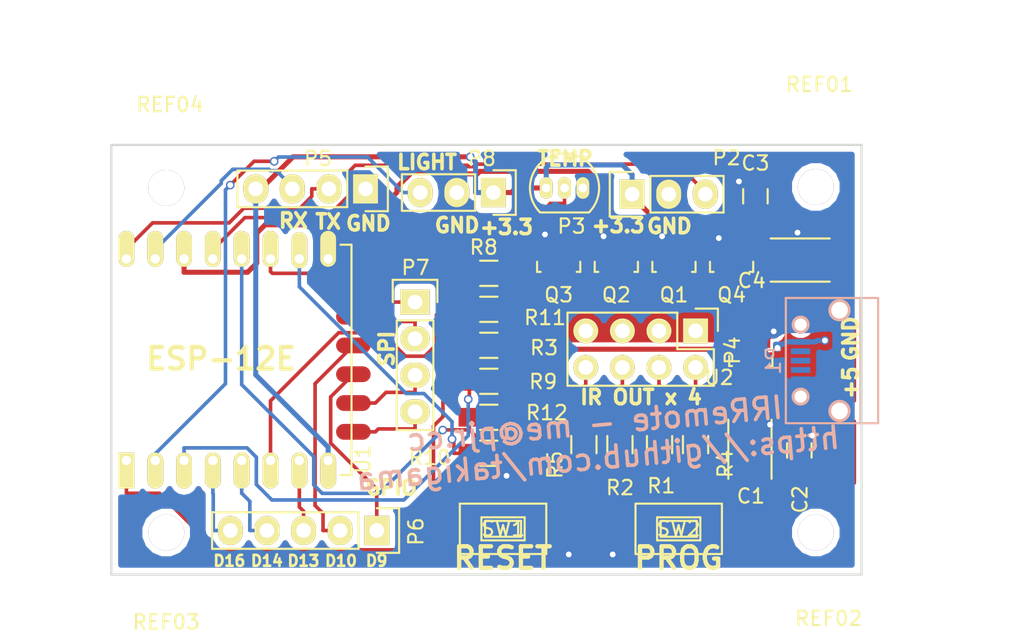
<source format=kicad_pcb>
(kicad_pcb (version 4) (host pcbnew 4.0.2+dfsg1-stable)

  (general
    (links 77)
    (no_connects 0)
    (area 89.666424 39.630625 175.259 86.7)
    (thickness 1.6)
    (drawings 30)
    (tracks 364)
    (zones 0)
    (modules 34)
    (nets 29)
  )

  (page A4)
  (layers
    (0 F.Cu signal)
    (31 B.Cu signal)
    (32 B.Adhes user)
    (33 F.Adhes user)
    (34 B.Paste user)
    (35 F.Paste user)
    (36 B.SilkS user)
    (37 F.SilkS user)
    (38 B.Mask user)
    (39 F.Mask user)
    (40 Dwgs.User user)
    (41 Cmts.User user)
    (42 Eco1.User user)
    (43 Eco2.User user)
    (44 Edge.Cuts user)
    (45 Margin user)
    (46 B.CrtYd user)
    (47 F.CrtYd user)
    (48 B.Fab user hide)
    (49 F.Fab user hide)
  )

  (setup
    (last_trace_width 0.25)
    (user_trace_width 0.2)
    (user_trace_width 0.3)
    (user_trace_width 0.4)
    (user_trace_width 0.5)
    (user_trace_width 0.6)
    (user_trace_width 0.7)
    (user_trace_width 0.8)
    (user_trace_width 1)
    (trace_clearance 0.2)
    (zone_clearance 0.4)
    (zone_45_only no)
    (trace_min 0.2)
    (segment_width 0.2)
    (edge_width 0.15)
    (via_size 0.6)
    (via_drill 0.4)
    (via_min_size 0.4)
    (via_min_drill 0.3)
    (uvia_size 0.3)
    (uvia_drill 0.1)
    (uvias_allowed no)
    (uvia_min_size 0.2)
    (uvia_min_drill 0.1)
    (pcb_text_width 0.3)
    (pcb_text_size 1.5 1.5)
    (mod_edge_width 0.15)
    (mod_text_size 1 1)
    (mod_text_width 0.15)
    (pad_size 1.524 1.524)
    (pad_drill 0.762)
    (pad_to_mask_clearance 0.2)
    (aux_axis_origin 0 0)
    (visible_elements FFFFFF7F)
    (pcbplotparams
      (layerselection 0x00030_80000001)
      (usegerberextensions false)
      (excludeedgelayer true)
      (linewidth 0.100000)
      (plotframeref false)
      (viasonmask false)
      (mode 1)
      (useauxorigin false)
      (hpglpennumber 1)
      (hpglpenspeed 20)
      (hpglpendiameter 15)
      (hpglpenoverlay 2)
      (psnegative false)
      (psa4output false)
      (plotreference true)
      (plotvalue true)
      (plotinvisibletext false)
      (padsonsilk false)
      (subtractmaskfromsilk false)
      (outputformat 1)
      (mirror false)
      (drillshape 1)
      (scaleselection 1)
      (outputdirectory ""))
  )

  (net 0 "")
  (net 1 GND)
  (net 2 +5V)
  (net 3 +3V3)
  (net 4 IR_IN)
  (net 5 TEMP_READ)
  (net 6 LED_DR)
  (net 7 LED_DR_5)
  (net 8 "Net-(P4-Pad2)")
  (net 9 "Net-(P4-Pad4)")
  (net 10 "Net-(P4-Pad6)")
  (net 11 "Net-(P4-Pad8)")
  (net 12 RXD_UA_1)
  (net 13 TXD_UA_1)
  (net 14 "Net-(P6-Pad1)")
  (net 15 "Net-(P6-Pad2)")
  (net 16 "Net-(P6-Pad3)")
  (net 17 "Net-(P6-Pad4)")
  (net 18 "Net-(P6-Pad5)")
  (net 19 "Net-(P7-Pad1)")
  (net 20 "Net-(P7-Pad2)")
  (net 21 "Net-(P7-Pad3)")
  (net 22 "Net-(P7-Pad4)")
  (net 23 TEMT)
  (net 24 "Net-(R8-Pad1)")
  (net 25 "Net-(R9-Pad1)")
  (net 26 "Net-(R10-Pad2)")
  (net 27 "Net-(R11-Pad2)")
  (net 28 "Net-(R12-Pad2)")

  (net_class Default "This is the default net class."
    (clearance 0.2)
    (trace_width 0.25)
    (via_dia 0.6)
    (via_drill 0.4)
    (uvia_dia 0.3)
    (uvia_drill 0.1)
    (add_net IR_IN)
    (add_net "Net-(P4-Pad2)")
    (add_net "Net-(P4-Pad4)")
    (add_net "Net-(P4-Pad6)")
    (add_net "Net-(P4-Pad8)")
    (add_net "Net-(P6-Pad1)")
    (add_net "Net-(P6-Pad2)")
    (add_net "Net-(P6-Pad3)")
    (add_net "Net-(P6-Pad4)")
    (add_net "Net-(P6-Pad5)")
    (add_net "Net-(P7-Pad1)")
    (add_net "Net-(P7-Pad2)")
    (add_net "Net-(P7-Pad3)")
    (add_net "Net-(P7-Pad4)")
    (add_net "Net-(R10-Pad2)")
    (add_net "Net-(R11-Pad2)")
    (add_net "Net-(R12-Pad2)")
    (add_net "Net-(R8-Pad1)")
    (add_net "Net-(R9-Pad1)")
    (add_net RXD_UA_1)
    (add_net TEMP_READ)
    (add_net TEMT)
    (add_net TXD_UA_1)
  )

  (net_class 3v ""
    (clearance 0.2)
    (trace_width 0.35)
    (via_dia 0.6)
    (via_drill 0.4)
    (uvia_dia 0.3)
    (uvia_drill 0.1)
    (add_net +3V3)
    (add_net LED_DR)
  )

  (net_class 5v ""
    (clearance 0.2)
    (trace_width 0.35)
    (via_dia 0.6)
    (via_drill 0.4)
    (uvia_dia 0.3)
    (uvia_drill 0.1)
    (add_net +5V)
    (add_net LED_DR_5)
  )

  (net_class GND ""
    (clearance 0.2)
    (trace_width 0.35)
    (via_dia 0.6)
    (via_drill 0.4)
    (uvia_dia 0.3)
    (uvia_drill 0.1)
    (add_net GND)
  )

  (module ESP8266:ESP-12E (layer F.Cu) (tedit 559F8D21) (tstamp 58BC47B6)
    (at 109 74.5 90)
    (descr "Module, ESP-8266, ESP-12, 16 pad, SMD")
    (tags "Module ESP-8266 ESP8266")
    (path /58BC334B)
    (fp_text reference U1 (at 0.078 16.4125 90) (layer F.SilkS)
      (effects (font (size 1 1) (thickness 0.15)))
    )
    (fp_text value ESP-12E (at 8 1 90) (layer F.Fab)
      (effects (font (size 1 1) (thickness 0.15)))
    )
    (fp_line (start -2.25 -0.5) (end -2.25 -8.75) (layer F.CrtYd) (width 0.05))
    (fp_line (start -2.25 -8.75) (end 15.25 -8.75) (layer F.CrtYd) (width 0.05))
    (fp_line (start 15.25 -8.75) (end 16.25 -8.75) (layer F.CrtYd) (width 0.05))
    (fp_line (start 16.25 -8.75) (end 16.25 16) (layer F.CrtYd) (width 0.05))
    (fp_line (start 16.25 16) (end -2.25 16) (layer F.CrtYd) (width 0.05))
    (fp_line (start -2.25 16) (end -2.25 -0.5) (layer F.CrtYd) (width 0.05))
    (fp_line (start -1.016 -8.382) (end 14.986 -8.382) (layer F.CrtYd) (width 0.1524))
    (fp_line (start 14.986 -8.382) (end 14.986 -0.889) (layer F.CrtYd) (width 0.1524))
    (fp_line (start -1.016 -8.382) (end -1.016 -1.016) (layer F.CrtYd) (width 0.1524))
    (fp_line (start -1.016 14.859) (end -1.016 15.621) (layer F.SilkS) (width 0.1524))
    (fp_line (start -1.016 15.621) (end 14.986 15.621) (layer F.SilkS) (width 0.1524))
    (fp_line (start 14.986 15.621) (end 14.986 14.859) (layer F.SilkS) (width 0.1524))
    (fp_line (start 14.992 -8.4) (end -1.008 -2.6) (layer F.CrtYd) (width 0.1524))
    (fp_line (start -1.008 -8.4) (end 14.992 -2.6) (layer F.CrtYd) (width 0.1524))
    (fp_text user "No Copper" (at 6.892 -5.4 90) (layer F.CrtYd)
      (effects (font (size 1 1) (thickness 0.15)))
    )
    (fp_line (start -1.008 -2.6) (end 14.992 -2.6) (layer F.CrtYd) (width 0.1524))
    (fp_line (start 15 -8.4) (end 15 15.6) (layer F.Fab) (width 0.05))
    (fp_line (start 14.992 15.6) (end -1.008 15.6) (layer F.Fab) (width 0.05))
    (fp_line (start -1.008 15.6) (end -1.008 -8.4) (layer F.Fab) (width 0.05))
    (fp_line (start -1.008 -8.4) (end 14.992 -8.4) (layer F.Fab) (width 0.05))
    (pad 1 thru_hole rect (at 0 0 90) (size 2.5 1.1) (drill 0.65 (offset -0.7 0)) (layers *.Cu *.Mask F.SilkS)
      (net 24 "Net-(R8-Pad1)"))
    (pad 2 thru_hole oval (at 0 2 90) (size 2.5 1.1) (drill 0.65 (offset -0.7 0)) (layers *.Cu *.Mask F.SilkS)
      (net 23 TEMT))
    (pad 3 thru_hole oval (at 0 4 90) (size 2.5 1.1) (drill 0.65 (offset -0.7 0)) (layers *.Cu *.Mask F.SilkS)
      (net 25 "Net-(R9-Pad1)"))
    (pad 4 thru_hole oval (at 0 6 90) (size 2.5 1.1) (drill 0.65 (offset -0.7 0)) (layers *.Cu *.Mask F.SilkS)
      (net 18 "Net-(P6-Pad5)"))
    (pad 5 thru_hole oval (at 0 8 90) (size 2.5 1.1) (drill 0.65 (offset -0.7 0)) (layers *.Cu *.Mask F.SilkS)
      (net 17 "Net-(P6-Pad4)"))
    (pad 6 thru_hole oval (at 0 10 90) (size 2.5 1.1) (drill 0.65 (offset -0.7 0)) (layers *.Cu *.Mask F.SilkS)
      (net 5 TEMP_READ))
    (pad 7 thru_hole oval (at 0 12 90) (size 2.5 1.1) (drill 0.65 (offset -0.7 0)) (layers *.Cu *.Mask F.SilkS)
      (net 16 "Net-(P6-Pad3)"))
    (pad 8 thru_hole oval (at 0 14 90) (size 2.5 1.1) (drill 0.65 (offset -0.7 0)) (layers *.Cu *.Mask F.SilkS)
      (net 3 +3V3))
    (pad 9 smd oval (at 1.99 15.75 180) (size 2.4 1.1) (layers F.Cu F.Paste F.Mask)
      (net 22 "Net-(P7-Pad4)"))
    (pad 10 smd oval (at 3.99 15.75 180) (size 2.4 1.1) (layers F.Cu F.Paste F.Mask)
      (net 21 "Net-(P7-Pad3)"))
    (pad 11 smd oval (at 5.99 15.75 180) (size 2.4 1.1) (layers F.Cu F.Paste F.Mask)
      (net 14 "Net-(P6-Pad1)"))
    (pad 12 smd oval (at 7.99 15.75 180) (size 2.4 1.1) (layers F.Cu F.Paste F.Mask)
      (net 15 "Net-(P6-Pad2)"))
    (pad 13 smd oval (at 9.99 15.75 180) (size 2.4 1.1) (layers F.Cu F.Paste F.Mask)
      (net 20 "Net-(P7-Pad2)"))
    (pad 14 smd oval (at 11.99 15.75 180) (size 2.4 1.1) (layers F.Cu F.Paste F.Mask)
      (net 19 "Net-(P7-Pad1)"))
    (pad 15 thru_hole oval (at 14 14 90) (size 2.5 1.1) (drill 0.65 (offset 0.7 0)) (layers *.Cu *.Mask F.SilkS)
      (net 1 GND))
    (pad 16 thru_hole oval (at 14 12 90) (size 2.5 1.1) (drill 0.65 (offset 0.6 0)) (layers *.Cu *.Mask F.SilkS)
      (net 26 "Net-(R10-Pad2)"))
    (pad 17 thru_hole oval (at 14 10 90) (size 2.5 1.1) (drill 0.65 (offset 0.7 0)) (layers *.Cu *.Mask F.SilkS)
      (net 27 "Net-(R11-Pad2)"))
    (pad 18 thru_hole oval (at 14 8 90) (size 2.5 1.1) (drill 0.65 (offset 0.7 0)) (layers *.Cu *.Mask F.SilkS)
      (net 28 "Net-(R12-Pad2)"))
    (pad 19 thru_hole oval (at 14 6 90) (size 2.5 1.1) (drill 0.65 (offset 0.7 0)) (layers *.Cu *.Mask F.SilkS)
      (net 4 IR_IN))
    (pad 20 thru_hole oval (at 14 4 90) (size 2.5 1.1) (drill 0.65 (offset 0.7 0)) (layers *.Cu *.Mask F.SilkS)
      (net 6 LED_DR))
    (pad 21 thru_hole oval (at 14 2 90) (size 2.5 1.1) (drill 0.65 (offset 0.7 0)) (layers *.Cu *.Mask F.SilkS)
      (net 13 TXD_UA_1))
    (pad 22 thru_hole oval (at 14 0 90) (size 2.5 1.1) (drill 0.65 (offset 0.7 0)) (layers *.Cu *.Mask F.SilkS)
      (net 12 RXD_UA_1))
    (model ${ESPLIB}/ESP8266.3dshapes/ESP-12.wrl
      (at (xyz 0.04 0 0))
      (scale (xyz 0.3937 0.3937 0.3937))
      (rotate (xyz 0 0 0))
    )
  )

  (module Capacitors_SMD:C_0805 (layer F.Cu) (tedit 5415D6EA) (tstamp 58BC4749)
    (at 155.702 73.803 90)
    (descr "Capacitor SMD 0805, reflow soldering, AVX (see smccp.pdf)")
    (tags "capacitor 0805")
    (path /58BC35A8)
    (attr smd)
    (fp_text reference C2 (at -3.4 0.0451 90) (layer F.SilkS)
      (effects (font (size 1 1) (thickness 0.15)))
    )
    (fp_text value C (at 0 2.1 90) (layer F.Fab)
      (effects (font (size 1 1) (thickness 0.15)))
    )
    (fp_line (start -1.8 -1) (end 1.8 -1) (layer F.CrtYd) (width 0.05))
    (fp_line (start -1.8 1) (end 1.8 1) (layer F.CrtYd) (width 0.05))
    (fp_line (start -1.8 -1) (end -1.8 1) (layer F.CrtYd) (width 0.05))
    (fp_line (start 1.8 -1) (end 1.8 1) (layer F.CrtYd) (width 0.05))
    (fp_line (start 0.5 -0.85) (end -0.5 -0.85) (layer F.SilkS) (width 0.15))
    (fp_line (start -0.5 0.85) (end 0.5 0.85) (layer F.SilkS) (width 0.15))
    (pad 1 smd rect (at -1 0 90) (size 1 1.25) (layers F.Cu F.Paste F.Mask)
      (net 2 +5V))
    (pad 2 smd rect (at 1 0 90) (size 1 1.25) (layers F.Cu F.Paste F.Mask)
      (net 1 GND))
    (model Capacitors_SMD.3dshapes/C_0805.wrl
      (at (xyz 0 0 0))
      (scale (xyz 1 1 1))
      (rotate (xyz 0 0 0))
    )
  )

  (module Capacitors_SMD:C_0805 (layer F.Cu) (tedit 5415D6EA) (tstamp 58BC474F)
    (at 152.654 56.15 90)
    (descr "Capacitor SMD 0805, reflow soldering, AVX (see smccp.pdf)")
    (tags "capacitor 0805")
    (path /58BC366A)
    (attr smd)
    (fp_text reference C3 (at 2.302 0 180) (layer F.SilkS)
      (effects (font (size 1 1) (thickness 0.15)))
    )
    (fp_text value C (at 0 2.1 90) (layer F.Fab)
      (effects (font (size 1 1) (thickness 0.15)))
    )
    (fp_line (start -1.8 -1) (end 1.8 -1) (layer F.CrtYd) (width 0.05))
    (fp_line (start -1.8 1) (end 1.8 1) (layer F.CrtYd) (width 0.05))
    (fp_line (start -1.8 -1) (end -1.8 1) (layer F.CrtYd) (width 0.05))
    (fp_line (start 1.8 -1) (end 1.8 1) (layer F.CrtYd) (width 0.05))
    (fp_line (start 0.5 -0.85) (end -0.5 -0.85) (layer F.SilkS) (width 0.15))
    (fp_line (start -0.5 0.85) (end 0.5 0.85) (layer F.SilkS) (width 0.15))
    (pad 1 smd rect (at -1 0 90) (size 1 1.25) (layers F.Cu F.Paste F.Mask)
      (net 3 +3V3))
    (pad 2 smd rect (at 1 0 90) (size 1 1.25) (layers F.Cu F.Paste F.Mask)
      (net 1 GND))
    (model Capacitors_SMD.3dshapes/C_0805.wrl
      (at (xyz 0 0 0))
      (scale (xyz 1 1 1))
      (rotate (xyz 0 0 0))
    )
  )

  (module Pin_Headers:Pin_Header_Straight_1x03 (layer F.Cu) (tedit 0) (tstamp 58BC4775)
    (at 144.095 56.007 90)
    (descr "Through hole pin header")
    (tags "pin header")
    (path /58BC467C)
    (fp_text reference P2 (at 2.531 6.554 180) (layer F.SilkS)
      (effects (font (size 1 1) (thickness 0.15)))
    )
    (fp_text value TL1838_PINHEADER (at 0 -3.1 90) (layer F.Fab)
      (effects (font (size 1 1) (thickness 0.15)))
    )
    (fp_line (start -1.75 -1.75) (end -1.75 6.85) (layer F.CrtYd) (width 0.05))
    (fp_line (start 1.75 -1.75) (end 1.75 6.85) (layer F.CrtYd) (width 0.05))
    (fp_line (start -1.75 -1.75) (end 1.75 -1.75) (layer F.CrtYd) (width 0.05))
    (fp_line (start -1.75 6.85) (end 1.75 6.85) (layer F.CrtYd) (width 0.05))
    (fp_line (start -1.27 1.27) (end -1.27 6.35) (layer F.SilkS) (width 0.15))
    (fp_line (start -1.27 6.35) (end 1.27 6.35) (layer F.SilkS) (width 0.15))
    (fp_line (start 1.27 6.35) (end 1.27 1.27) (layer F.SilkS) (width 0.15))
    (fp_line (start 1.55 -1.55) (end 1.55 0) (layer F.SilkS) (width 0.15))
    (fp_line (start 1.27 1.27) (end -1.27 1.27) (layer F.SilkS) (width 0.15))
    (fp_line (start -1.55 0) (end -1.55 -1.55) (layer F.SilkS) (width 0.15))
    (fp_line (start -1.55 -1.55) (end 1.55 -1.55) (layer F.SilkS) (width 0.15))
    (pad 1 thru_hole rect (at 0 0 90) (size 2.032 1.7272) (drill 1.016) (layers *.Cu *.Mask F.SilkS)
      (net 3 +3V3))
    (pad 2 thru_hole oval (at 0 2.54 90) (size 2.032 1.7272) (drill 1.016) (layers *.Cu *.Mask F.SilkS)
      (net 1 GND))
    (pad 3 thru_hole oval (at 0 5.08 90) (size 2.032 1.7272) (drill 1.016) (layers *.Cu *.Mask F.SilkS)
      (net 4 IR_IN))
    (model Pin_Headers.3dshapes/Pin_Header_Straight_1x03.wrl
      (at (xyz 0 -0.1 0))
      (scale (xyz 1 1 1))
      (rotate (xyz 0 0 90))
    )
  )

  (module TO_SOT_Packages_SMD:SOT-23 (layer F.Cu) (tedit 553634F8) (tstamp 58BC4783)
    (at 147 60.7518 180)
    (descr "SOT-23, Standard")
    (tags SOT-23)
    (path /58C25AF4)
    (attr smd)
    (fp_text reference Q1 (at 0 -2.25 180) (layer F.SilkS)
      (effects (font (size 1 1) (thickness 0.15)))
    )
    (fp_text value "Q_NPN_BEC (MMBT2222ALT1G, 1459098 on E14)" (at 0 2.3 180) (layer F.Fab)
      (effects (font (size 1 1) (thickness 0.15)))
    )
    (fp_line (start -1.65 -1.6) (end 1.65 -1.6) (layer F.CrtYd) (width 0.05))
    (fp_line (start 1.65 -1.6) (end 1.65 1.6) (layer F.CrtYd) (width 0.05))
    (fp_line (start 1.65 1.6) (end -1.65 1.6) (layer F.CrtYd) (width 0.05))
    (fp_line (start -1.65 1.6) (end -1.65 -1.6) (layer F.CrtYd) (width 0.05))
    (fp_line (start 1.29916 -0.65024) (end 1.2509 -0.65024) (layer F.SilkS) (width 0.15))
    (fp_line (start -1.49982 0.0508) (end -1.49982 -0.65024) (layer F.SilkS) (width 0.15))
    (fp_line (start -1.49982 -0.65024) (end -1.2509 -0.65024) (layer F.SilkS) (width 0.15))
    (fp_line (start 1.29916 -0.65024) (end 1.49982 -0.65024) (layer F.SilkS) (width 0.15))
    (fp_line (start 1.49982 -0.65024) (end 1.49982 0.0508) (layer F.SilkS) (width 0.15))
    (pad 1 smd rect (at -0.95 1.00076 180) (size 0.8001 0.8001) (layers F.Cu F.Paste F.Mask)
      (net 6 LED_DR))
    (pad 2 smd rect (at 0.95 1.00076 180) (size 0.8001 0.8001) (layers F.Cu F.Paste F.Mask)
      (net 1 GND))
    (pad 3 smd rect (at 0 -0.99822 180) (size 0.8001 0.8001) (layers F.Cu F.Paste F.Mask)
      (net 7 LED_DR_5))
    (model TO_SOT_Packages_SMD.3dshapes/SOT-23.wrl
      (at (xyz 0 0 0))
      (scale (xyz 1 1 1))
      (rotate (xyz 0 0 0))
    )
  )

  (module TO_SOT_Packages_SMD:SOT-23 (layer F.Cu) (tedit 553634F8) (tstamp 58BC478A)
    (at 143 60.75 180)
    (descr "SOT-23, Standard")
    (tags SOT-23)
    (path /58BC4E69)
    (attr smd)
    (fp_text reference Q2 (at 0 -2.25 180) (layer F.SilkS)
      (effects (font (size 1 1) (thickness 0.15)))
    )
    (fp_text value "Q_NPN_BEC (MMBT2222ALT1G, 1459098 on E14)" (at 0 2.3 180) (layer F.Fab)
      (effects (font (size 1 1) (thickness 0.15)))
    )
    (fp_line (start -1.65 -1.6) (end 1.65 -1.6) (layer F.CrtYd) (width 0.05))
    (fp_line (start 1.65 -1.6) (end 1.65 1.6) (layer F.CrtYd) (width 0.05))
    (fp_line (start 1.65 1.6) (end -1.65 1.6) (layer F.CrtYd) (width 0.05))
    (fp_line (start -1.65 1.6) (end -1.65 -1.6) (layer F.CrtYd) (width 0.05))
    (fp_line (start 1.29916 -0.65024) (end 1.2509 -0.65024) (layer F.SilkS) (width 0.15))
    (fp_line (start -1.49982 0.0508) (end -1.49982 -0.65024) (layer F.SilkS) (width 0.15))
    (fp_line (start -1.49982 -0.65024) (end -1.2509 -0.65024) (layer F.SilkS) (width 0.15))
    (fp_line (start 1.29916 -0.65024) (end 1.49982 -0.65024) (layer F.SilkS) (width 0.15))
    (fp_line (start 1.49982 -0.65024) (end 1.49982 0.0508) (layer F.SilkS) (width 0.15))
    (pad 1 smd rect (at -0.95 1.00076 180) (size 0.8001 0.8001) (layers F.Cu F.Paste F.Mask)
      (net 6 LED_DR))
    (pad 2 smd rect (at 0.95 1.00076 180) (size 0.8001 0.8001) (layers F.Cu F.Paste F.Mask)
      (net 1 GND))
    (pad 3 smd rect (at 0 -0.99822 180) (size 0.8001 0.8001) (layers F.Cu F.Paste F.Mask)
      (net 7 LED_DR_5))
    (model TO_SOT_Packages_SMD.3dshapes/SOT-23.wrl
      (at (xyz 0 0 0))
      (scale (xyz 1 1 1))
      (rotate (xyz 0 0 0))
    )
  )

  (module Resistors_SMD:R_0805_HandSoldering (layer F.Cu) (tedit 54189DEE) (tstamp 58BC4790)
    (at 146 73.4 90)
    (descr "Resistor SMD 0805, hand soldering")
    (tags "resistor 0805")
    (path /58BC435D)
    (attr smd)
    (fp_text reference R1 (at -2.8635 0.1135 180) (layer F.SilkS)
      (effects (font (size 1 1) (thickness 0.15)))
    )
    (fp_text value 25 (at 0 2.1 90) (layer F.Fab)
      (effects (font (size 1 1) (thickness 0.15)))
    )
    (fp_line (start -2.4 -1) (end 2.4 -1) (layer F.CrtYd) (width 0.05))
    (fp_line (start -2.4 1) (end 2.4 1) (layer F.CrtYd) (width 0.05))
    (fp_line (start -2.4 -1) (end -2.4 1) (layer F.CrtYd) (width 0.05))
    (fp_line (start 2.4 -1) (end 2.4 1) (layer F.CrtYd) (width 0.05))
    (fp_line (start 0.6 0.875) (end -0.6 0.875) (layer F.SilkS) (width 0.15))
    (fp_line (start -0.6 -0.875) (end 0.6 -0.875) (layer F.SilkS) (width 0.15))
    (pad 1 smd rect (at -1.35 0 90) (size 1.5 1.3) (layers F.Cu F.Paste F.Mask)
      (net 2 +5V))
    (pad 2 smd rect (at 1.35 0 90) (size 1.5 1.3) (layers F.Cu F.Paste F.Mask)
      (net 9 "Net-(P4-Pad4)"))
    (model Resistors_SMD.3dshapes/R_0805_HandSoldering.wrl
      (at (xyz 0 0 0))
      (scale (xyz 1 1 1))
      (rotate (xyz 0 0 0))
    )
  )

  (module Resistors_SMD:R_0805_HandSoldering (layer F.Cu) (tedit 54189DEE) (tstamp 58BC4796)
    (at 143.25 73.4 90)
    (descr "Resistor SMD 0805, hand soldering")
    (tags "resistor 0805")
    (path /58BC4E75)
    (attr smd)
    (fp_text reference R2 (at -2.9905 0.006 180) (layer F.SilkS)
      (effects (font (size 1 1) (thickness 0.15)))
    )
    (fp_text value 25 (at 0 2.1 90) (layer F.Fab)
      (effects (font (size 1 1) (thickness 0.15)))
    )
    (fp_line (start -2.4 -1) (end 2.4 -1) (layer F.CrtYd) (width 0.05))
    (fp_line (start -2.4 1) (end 2.4 1) (layer F.CrtYd) (width 0.05))
    (fp_line (start -2.4 -1) (end -2.4 1) (layer F.CrtYd) (width 0.05))
    (fp_line (start 2.4 -1) (end 2.4 1) (layer F.CrtYd) (width 0.05))
    (fp_line (start 0.6 0.875) (end -0.6 0.875) (layer F.SilkS) (width 0.15))
    (fp_line (start -0.6 -0.875) (end 0.6 -0.875) (layer F.SilkS) (width 0.15))
    (pad 1 smd rect (at -1.35 0 90) (size 1.5 1.3) (layers F.Cu F.Paste F.Mask)
      (net 2 +5V))
    (pad 2 smd rect (at 1.35 0 90) (size 1.5 1.3) (layers F.Cu F.Paste F.Mask)
      (net 10 "Net-(P4-Pad6)"))
    (model Resistors_SMD.3dshapes/R_0805_HandSoldering.wrl
      (at (xyz 0 0 0))
      (scale (xyz 1 1 1))
      (rotate (xyz 0 0 0))
    )
  )

  (module Resistors_SMD:R_0805_HandSoldering (layer F.Cu) (tedit 54189DEE) (tstamp 58BC479C)
    (at 134.15 66.5)
    (descr "Resistor SMD 0805, hand soldering")
    (tags "resistor 0805")
    (path /58BC5859)
    (attr smd)
    (fp_text reference R3 (at 3.8355 0.175) (layer F.SilkS)
      (effects (font (size 1 1) (thickness 0.15)))
    )
    (fp_text value 4.7k (at 0 2.1) (layer F.Fab)
      (effects (font (size 1 1) (thickness 0.15)))
    )
    (fp_line (start -2.4 -1) (end 2.4 -1) (layer F.CrtYd) (width 0.05))
    (fp_line (start -2.4 1) (end 2.4 1) (layer F.CrtYd) (width 0.05))
    (fp_line (start -2.4 -1) (end -2.4 1) (layer F.CrtYd) (width 0.05))
    (fp_line (start 2.4 -1) (end 2.4 1) (layer F.CrtYd) (width 0.05))
    (fp_line (start 0.6 0.875) (end -0.6 0.875) (layer F.SilkS) (width 0.15))
    (fp_line (start -0.6 -0.875) (end 0.6 -0.875) (layer F.SilkS) (width 0.15))
    (pad 1 smd rect (at -1.35 0) (size 1.5 1.3) (layers F.Cu F.Paste F.Mask)
      (net 5 TEMP_READ))
    (pad 2 smd rect (at 1.35 0) (size 1.5 1.3) (layers F.Cu F.Paste F.Mask)
      (net 3 +3V3))
    (model Resistors_SMD.3dshapes/R_0805_HandSoldering.wrl
      (at (xyz 0 0 0))
      (scale (xyz 1 1 1))
      (rotate (xyz 0 0 0))
    )
  )

  (module TO_SOT_Packages_SMD:SOT-23_Handsoldering (layer F.Cu) (tedit 54E9291B) (tstamp 58BC47BD)
    (at 152.334 67.2871 180)
    (descr "SOT-23, Handsoldering")
    (tags SOT-23)
    (path /58BC33EF)
    (attr smd)
    (fp_text reference U2 (at 2.1935 -1.4502 180) (layer F.SilkS)
      (effects (font (size 1 1) (thickness 0.15)))
    )
    (fp_text value AP1117 (at 0 3.81 180) (layer F.Fab)
      (effects (font (size 1 1) (thickness 0.15)))
    )
    (fp_line (start -1.49982 0.0508) (end -1.49982 -0.65024) (layer F.SilkS) (width 0.15))
    (fp_line (start -1.49982 -0.65024) (end -1.2509 -0.65024) (layer F.SilkS) (width 0.15))
    (fp_line (start 1.29916 -0.65024) (end 1.49982 -0.65024) (layer F.SilkS) (width 0.15))
    (fp_line (start 1.49982 -0.65024) (end 1.49982 0.0508) (layer F.SilkS) (width 0.15))
    (pad 1 smd rect (at -0.95 1.50114 180) (size 0.8001 1.80086) (layers F.Cu F.Paste F.Mask)
      (net 1 GND))
    (pad 2 smd rect (at 0.95 1.50114 180) (size 0.8001 1.80086) (layers F.Cu F.Paste F.Mask)
      (net 3 +3V3))
    (pad 3 smd rect (at 0 -1.50114 180) (size 0.8001 1.80086) (layers F.Cu F.Paste F.Mask)
      (net 2 +5V))
    (model TO_SOT_Packages_SMD.3dshapes/SOT-23_Handsoldering.wrl
      (at (xyz 0 0 0))
      (scale (xyz 1 1 1))
      (rotate (xyz 0 0 0))
    )
  )

  (module TO_SOT_Packages_THT:TO-92_Inline_Narrow_Oval (layer F.Cu) (tedit 54F24281) (tstamp 58BC48AD)
    (at 138.135 55.5715)
    (descr "TO-92 leads in-line, narrow, oval pads, drill 0.6mm (see NXP sot054_po.pdf)")
    (tags "to-92 sc-43 sc-43a sot54 PA33 transistor")
    (path /58BC52EE)
    (fp_text reference P3 (at 1.7555 2.658) (layer F.SilkS)
      (effects (font (size 1 1) (thickness 0.15)))
    )
    (fp_text value DS18B20_PINHEADER_TO92 (at 0 3) (layer F.Fab)
      (effects (font (size 1 1) (thickness 0.15)))
    )
    (fp_line (start -1.4 1.95) (end -1.4 -2.65) (layer F.CrtYd) (width 0.05))
    (fp_line (start -1.4 1.95) (end 3.95 1.95) (layer F.CrtYd) (width 0.05))
    (fp_line (start -0.43 1.7) (end 2.97 1.7) (layer F.SilkS) (width 0.15))
    (fp_arc (start 1.27 0) (end 1.27 -2.4) (angle -135) (layer F.SilkS) (width 0.15))
    (fp_arc (start 1.27 0) (end 1.27 -2.4) (angle 135) (layer F.SilkS) (width 0.15))
    (fp_line (start -1.4 -2.65) (end 3.95 -2.65) (layer F.CrtYd) (width 0.05))
    (fp_line (start 3.95 1.95) (end 3.95 -2.65) (layer F.CrtYd) (width 0.05))
    (pad 2 thru_hole oval (at 1.27 0 180) (size 0.89916 1.50114) (drill 0.6) (layers *.Cu *.Mask F.SilkS)
      (net 5 TEMP_READ))
    (pad 3 thru_hole oval (at 2.54 0 180) (size 0.89916 1.50114) (drill 0.6) (layers *.Cu *.Mask F.SilkS)
      (net 1 GND))
    (pad 1 thru_hole oval (at 0 0 180) (size 0.89916 1.50114) (drill 0.6) (layers *.Cu *.Mask F.SilkS)
      (net 3 +3V3))
    (model TO_SOT_Packages_THT.3dshapes/TO-92_Inline_Narrow_Oval.wrl
      (at (xyz 0.05 0 0))
      (scale (xyz 1 1 1))
      (rotate (xyz 0 0 -90))
    )
  )

  (module TO_SOT_Packages_SMD:SOT-23 (layer F.Cu) (tedit 553634F8) (tstamp 58C222E6)
    (at 139 60.75 180)
    (descr "SOT-23, Standard")
    (tags SOT-23)
    (path /58C25C16)
    (attr smd)
    (fp_text reference Q3 (at 0 -2.25 180) (layer F.SilkS)
      (effects (font (size 1 1) (thickness 0.15)))
    )
    (fp_text value "Q_NPN_BEC (MMBT2222ALT1G, 1459098 on E14)" (at 0 2.3 180) (layer F.Fab)
      (effects (font (size 1 1) (thickness 0.15)))
    )
    (fp_line (start -1.65 -1.6) (end 1.65 -1.6) (layer F.CrtYd) (width 0.05))
    (fp_line (start 1.65 -1.6) (end 1.65 1.6) (layer F.CrtYd) (width 0.05))
    (fp_line (start 1.65 1.6) (end -1.65 1.6) (layer F.CrtYd) (width 0.05))
    (fp_line (start -1.65 1.6) (end -1.65 -1.6) (layer F.CrtYd) (width 0.05))
    (fp_line (start 1.29916 -0.65024) (end 1.2509 -0.65024) (layer F.SilkS) (width 0.15))
    (fp_line (start -1.49982 0.0508) (end -1.49982 -0.65024) (layer F.SilkS) (width 0.15))
    (fp_line (start -1.49982 -0.65024) (end -1.2509 -0.65024) (layer F.SilkS) (width 0.15))
    (fp_line (start 1.29916 -0.65024) (end 1.49982 -0.65024) (layer F.SilkS) (width 0.15))
    (fp_line (start 1.49982 -0.65024) (end 1.49982 0.0508) (layer F.SilkS) (width 0.15))
    (pad 1 smd rect (at -0.95 1.00076 180) (size 0.8001 0.8001) (layers F.Cu F.Paste F.Mask)
      (net 6 LED_DR))
    (pad 2 smd rect (at 0.95 1.00076 180) (size 0.8001 0.8001) (layers F.Cu F.Paste F.Mask)
      (net 1 GND))
    (pad 3 smd rect (at 0 -0.99822 180) (size 0.8001 0.8001) (layers F.Cu F.Paste F.Mask)
      (net 7 LED_DR_5))
    (model TO_SOT_Packages_SMD.3dshapes/SOT-23.wrl
      (at (xyz 0 0 0))
      (scale (xyz 1 1 1))
      (rotate (xyz 0 0 0))
    )
  )

  (module TO_SOT_Packages_SMD:SOT-23 (layer F.Cu) (tedit 553634F8) (tstamp 58C222ED)
    (at 151 60.7518 180)
    (descr "SOT-23, Standard")
    (tags SOT-23)
    (path /58C25C76)
    (attr smd)
    (fp_text reference Q4 (at 0 -2.25 180) (layer F.SilkS)
      (effects (font (size 1 1) (thickness 0.15)))
    )
    (fp_text value "Q_NPN_BEC (MMBT2222ALT1G, 1459098 on E14)" (at 0 2.3 180) (layer F.Fab)
      (effects (font (size 1 1) (thickness 0.15)))
    )
    (fp_line (start -1.65 -1.6) (end 1.65 -1.6) (layer F.CrtYd) (width 0.05))
    (fp_line (start 1.65 -1.6) (end 1.65 1.6) (layer F.CrtYd) (width 0.05))
    (fp_line (start 1.65 1.6) (end -1.65 1.6) (layer F.CrtYd) (width 0.05))
    (fp_line (start -1.65 1.6) (end -1.65 -1.6) (layer F.CrtYd) (width 0.05))
    (fp_line (start 1.29916 -0.65024) (end 1.2509 -0.65024) (layer F.SilkS) (width 0.15))
    (fp_line (start -1.49982 0.0508) (end -1.49982 -0.65024) (layer F.SilkS) (width 0.15))
    (fp_line (start -1.49982 -0.65024) (end -1.2509 -0.65024) (layer F.SilkS) (width 0.15))
    (fp_line (start 1.29916 -0.65024) (end 1.49982 -0.65024) (layer F.SilkS) (width 0.15))
    (fp_line (start 1.49982 -0.65024) (end 1.49982 0.0508) (layer F.SilkS) (width 0.15))
    (pad 1 smd rect (at -0.95 1.00076 180) (size 0.8001 0.8001) (layers F.Cu F.Paste F.Mask)
      (net 6 LED_DR))
    (pad 2 smd rect (at 0.95 1.00076 180) (size 0.8001 0.8001) (layers F.Cu F.Paste F.Mask)
      (net 1 GND))
    (pad 3 smd rect (at 0 -0.99822 180) (size 0.8001 0.8001) (layers F.Cu F.Paste F.Mask)
      (net 7 LED_DR_5))
    (model TO_SOT_Packages_SMD.3dshapes/SOT-23.wrl
      (at (xyz 0 0 0))
      (scale (xyz 1 1 1))
      (rotate (xyz 0 0 0))
    )
  )

  (module Resistors_SMD:R_0805_HandSoldering (layer F.Cu) (tedit 54189DEE) (tstamp 58C222F3)
    (at 148.5 73.4 90)
    (descr "Resistor SMD 0805, hand soldering")
    (tags "resistor 0805")
    (path /58C22194)
    (attr smd)
    (fp_text reference R4 (at -1.3395 2.0585 90) (layer F.SilkS)
      (effects (font (size 1 1) (thickness 0.15)))
    )
    (fp_text value 25 (at 0 2.1 90) (layer F.Fab)
      (effects (font (size 1 1) (thickness 0.15)))
    )
    (fp_line (start -2.4 -1) (end 2.4 -1) (layer F.CrtYd) (width 0.05))
    (fp_line (start -2.4 1) (end 2.4 1) (layer F.CrtYd) (width 0.05))
    (fp_line (start -2.4 -1) (end -2.4 1) (layer F.CrtYd) (width 0.05))
    (fp_line (start 2.4 -1) (end 2.4 1) (layer F.CrtYd) (width 0.05))
    (fp_line (start 0.6 0.875) (end -0.6 0.875) (layer F.SilkS) (width 0.15))
    (fp_line (start -0.6 -0.875) (end 0.6 -0.875) (layer F.SilkS) (width 0.15))
    (pad 1 smd rect (at -1.35 0 90) (size 1.5 1.3) (layers F.Cu F.Paste F.Mask)
      (net 2 +5V))
    (pad 2 smd rect (at 1.35 0 90) (size 1.5 1.3) (layers F.Cu F.Paste F.Mask)
      (net 8 "Net-(P4-Pad2)"))
    (model Resistors_SMD.3dshapes/R_0805_HandSoldering.wrl
      (at (xyz 0 0 0))
      (scale (xyz 1 1 1))
      (rotate (xyz 0 0 0))
    )
  )

  (module Resistors_SMD:R_0805_HandSoldering (layer F.Cu) (tedit 54189DEE) (tstamp 58C222F9)
    (at 140.75 73.4 90)
    (descr "Resistor SMD 0805, hand soldering")
    (tags "resistor 0805")
    (path /58C2225F)
    (attr smd)
    (fp_text reference R5 (at -1.403 -2.0025 90) (layer F.SilkS)
      (effects (font (size 1 1) (thickness 0.15)))
    )
    (fp_text value 25 (at 0 2.1 90) (layer F.Fab)
      (effects (font (size 1 1) (thickness 0.15)))
    )
    (fp_line (start -2.4 -1) (end 2.4 -1) (layer F.CrtYd) (width 0.05))
    (fp_line (start -2.4 1) (end 2.4 1) (layer F.CrtYd) (width 0.05))
    (fp_line (start -2.4 -1) (end -2.4 1) (layer F.CrtYd) (width 0.05))
    (fp_line (start 2.4 -1) (end 2.4 1) (layer F.CrtYd) (width 0.05))
    (fp_line (start 0.6 0.875) (end -0.6 0.875) (layer F.SilkS) (width 0.15))
    (fp_line (start -0.6 -0.875) (end 0.6 -0.875) (layer F.SilkS) (width 0.15))
    (pad 1 smd rect (at -1.35 0 90) (size 1.5 1.3) (layers F.Cu F.Paste F.Mask)
      (net 2 +5V))
    (pad 2 smd rect (at 1.35 0 90) (size 1.5 1.3) (layers F.Cu F.Paste F.Mask)
      (net 11 "Net-(P4-Pad8)"))
    (model Resistors_SMD.3dshapes/R_0805_HandSoldering.wrl
      (at (xyz 0 0 0))
      (scale (xyz 1 1 1))
      (rotate (xyz 0 0 0))
    )
  )

  (module Pin_Headers:Pin_Header_Straight_2x04 (layer F.Cu) (tedit 0) (tstamp 58C2D2B2)
    (at 148.5 65.5 270)
    (descr "Through hole pin header")
    (tags "pin header")
    (path /58C250C9)
    (fp_text reference P4 (at 1.3655 -2.5665 270) (layer F.SilkS)
      (effects (font (size 1 1) (thickness 0.15)))
    )
    (fp_text value CONN_02X04 (at 0 -3.1 270) (layer F.Fab)
      (effects (font (size 1 1) (thickness 0.15)))
    )
    (fp_line (start -1.75 -1.75) (end -1.75 9.4) (layer F.CrtYd) (width 0.05))
    (fp_line (start 4.3 -1.75) (end 4.3 9.4) (layer F.CrtYd) (width 0.05))
    (fp_line (start -1.75 -1.75) (end 4.3 -1.75) (layer F.CrtYd) (width 0.05))
    (fp_line (start -1.75 9.4) (end 4.3 9.4) (layer F.CrtYd) (width 0.05))
    (fp_line (start -1.27 1.27) (end -1.27 8.89) (layer F.SilkS) (width 0.15))
    (fp_line (start -1.27 8.89) (end 3.81 8.89) (layer F.SilkS) (width 0.15))
    (fp_line (start 3.81 8.89) (end 3.81 -1.27) (layer F.SilkS) (width 0.15))
    (fp_line (start 3.81 -1.27) (end 1.27 -1.27) (layer F.SilkS) (width 0.15))
    (fp_line (start 0 -1.55) (end -1.55 -1.55) (layer F.SilkS) (width 0.15))
    (fp_line (start 1.27 -1.27) (end 1.27 1.27) (layer F.SilkS) (width 0.15))
    (fp_line (start 1.27 1.27) (end -1.27 1.27) (layer F.SilkS) (width 0.15))
    (fp_line (start -1.55 -1.55) (end -1.55 0) (layer F.SilkS) (width 0.15))
    (pad 1 thru_hole rect (at 0 0 270) (size 1.7272 1.7272) (drill 1.016) (layers *.Cu *.Mask F.SilkS)
      (net 7 LED_DR_5))
    (pad 2 thru_hole oval (at 2.54 0 270) (size 1.7272 1.7272) (drill 1.016) (layers *.Cu *.Mask F.SilkS)
      (net 8 "Net-(P4-Pad2)"))
    (pad 3 thru_hole oval (at 0 2.54 270) (size 1.7272 1.7272) (drill 1.016) (layers *.Cu *.Mask F.SilkS)
      (net 7 LED_DR_5))
    (pad 4 thru_hole oval (at 2.54 2.54 270) (size 1.7272 1.7272) (drill 1.016) (layers *.Cu *.Mask F.SilkS)
      (net 9 "Net-(P4-Pad4)"))
    (pad 5 thru_hole oval (at 0 5.08 270) (size 1.7272 1.7272) (drill 1.016) (layers *.Cu *.Mask F.SilkS)
      (net 7 LED_DR_5))
    (pad 6 thru_hole oval (at 2.54 5.08 270) (size 1.7272 1.7272) (drill 1.016) (layers *.Cu *.Mask F.SilkS)
      (net 10 "Net-(P4-Pad6)"))
    (pad 7 thru_hole oval (at 0 7.62 270) (size 1.7272 1.7272) (drill 1.016) (layers *.Cu *.Mask F.SilkS)
      (net 7 LED_DR_5))
    (pad 8 thru_hole oval (at 2.54 7.62 270) (size 1.7272 1.7272) (drill 1.016) (layers *.Cu *.Mask F.SilkS)
      (net 11 "Net-(P4-Pad8)"))
    (model Pin_Headers.3dshapes/Pin_Header_Straight_2x04.wrl
      (at (xyz 0.05 -0.15 0))
      (scale (xyz 1 1 1))
      (rotate (xyz 0 0 90))
    )
  )

  (module Pin_Headers:Pin_Header_Straight_1x04 (layer F.Cu) (tedit 0) (tstamp 58C2D2BA)
    (at 125.594 55.635 270)
    (descr "Through hole pin header")
    (tags "pin header")
    (path /58C2D4F6)
    (fp_text reference P5 (at -2.1045 3.2935 360) (layer F.SilkS)
      (effects (font (size 1 1) (thickness 0.15)))
    )
    (fp_text value CONN_01X04 (at 0 -3.1 270) (layer F.Fab)
      (effects (font (size 1 1) (thickness 0.15)))
    )
    (fp_line (start -1.75 -1.75) (end -1.75 9.4) (layer F.CrtYd) (width 0.05))
    (fp_line (start 1.75 -1.75) (end 1.75 9.4) (layer F.CrtYd) (width 0.05))
    (fp_line (start -1.75 -1.75) (end 1.75 -1.75) (layer F.CrtYd) (width 0.05))
    (fp_line (start -1.75 9.4) (end 1.75 9.4) (layer F.CrtYd) (width 0.05))
    (fp_line (start -1.27 1.27) (end -1.27 8.89) (layer F.SilkS) (width 0.15))
    (fp_line (start 1.27 1.27) (end 1.27 8.89) (layer F.SilkS) (width 0.15))
    (fp_line (start 1.55 -1.55) (end 1.55 0) (layer F.SilkS) (width 0.15))
    (fp_line (start -1.27 8.89) (end 1.27 8.89) (layer F.SilkS) (width 0.15))
    (fp_line (start 1.27 1.27) (end -1.27 1.27) (layer F.SilkS) (width 0.15))
    (fp_line (start -1.55 0) (end -1.55 -1.55) (layer F.SilkS) (width 0.15))
    (fp_line (start -1.55 -1.55) (end 1.55 -1.55) (layer F.SilkS) (width 0.15))
    (pad 1 thru_hole rect (at 0 0 270) (size 2.032 1.7272) (drill 1.016) (layers *.Cu *.Mask F.SilkS)
      (net 1 GND))
    (pad 2 thru_hole oval (at 0 2.54 270) (size 2.032 1.7272) (drill 1.016) (layers *.Cu *.Mask F.SilkS)
      (net 12 RXD_UA_1))
    (pad 3 thru_hole oval (at 0 5.08 270) (size 2.032 1.7272) (drill 1.016) (layers *.Cu *.Mask F.SilkS)
      (net 13 TXD_UA_1))
    (pad 4 thru_hole oval (at 0 7.62 270) (size 2.032 1.7272) (drill 1.016) (layers *.Cu *.Mask F.SilkS)
      (net 3 +3V3))
    (model Pin_Headers.3dshapes/Pin_Header_Straight_1x04.wrl
      (at (xyz 0 -0.15 0))
      (scale (xyz 1 1 1))
      (rotate (xyz 0 0 90))
    )
  )

  (module Pin_Headers:Pin_Header_Straight_1x05 (layer F.Cu) (tedit 54EA0684) (tstamp 58C2D2C3)
    (at 126.374 79.365 270)
    (descr "Through hole pin header")
    (tags "pin header")
    (path /58C3191F)
    (fp_text reference P6 (at 0.0735 -2.722 270) (layer F.SilkS)
      (effects (font (size 1 1) (thickness 0.15)))
    )
    (fp_text value CONN_01X05 (at 0 -3.1 270) (layer F.Fab)
      (effects (font (size 1 1) (thickness 0.15)))
    )
    (fp_line (start -1.55 0) (end -1.55 -1.55) (layer F.SilkS) (width 0.15))
    (fp_line (start -1.55 -1.55) (end 1.55 -1.55) (layer F.SilkS) (width 0.15))
    (fp_line (start 1.55 -1.55) (end 1.55 0) (layer F.SilkS) (width 0.15))
    (fp_line (start -1.75 -1.75) (end -1.75 11.95) (layer F.CrtYd) (width 0.05))
    (fp_line (start 1.75 -1.75) (end 1.75 11.95) (layer F.CrtYd) (width 0.05))
    (fp_line (start -1.75 -1.75) (end 1.75 -1.75) (layer F.CrtYd) (width 0.05))
    (fp_line (start -1.75 11.95) (end 1.75 11.95) (layer F.CrtYd) (width 0.05))
    (fp_line (start 1.27 1.27) (end 1.27 11.43) (layer F.SilkS) (width 0.15))
    (fp_line (start 1.27 11.43) (end -1.27 11.43) (layer F.SilkS) (width 0.15))
    (fp_line (start -1.27 11.43) (end -1.27 1.27) (layer F.SilkS) (width 0.15))
    (fp_line (start 1.27 1.27) (end -1.27 1.27) (layer F.SilkS) (width 0.15))
    (pad 1 thru_hole rect (at 0 0 270) (size 2.032 1.7272) (drill 1.016) (layers *.Cu *.Mask F.SilkS)
      (net 14 "Net-(P6-Pad1)"))
    (pad 2 thru_hole oval (at 0 2.54 270) (size 2.032 1.7272) (drill 1.016) (layers *.Cu *.Mask F.SilkS)
      (net 15 "Net-(P6-Pad2)"))
    (pad 3 thru_hole oval (at 0 5.08 270) (size 2.032 1.7272) (drill 1.016) (layers *.Cu *.Mask F.SilkS)
      (net 16 "Net-(P6-Pad3)"))
    (pad 4 thru_hole oval (at 0 7.62 270) (size 2.032 1.7272) (drill 1.016) (layers *.Cu *.Mask F.SilkS)
      (net 17 "Net-(P6-Pad4)"))
    (pad 5 thru_hole oval (at 0 10.16 270) (size 2.032 1.7272) (drill 1.016) (layers *.Cu *.Mask F.SilkS)
      (net 18 "Net-(P6-Pad5)"))
    (model Pin_Headers.3dshapes/Pin_Header_Straight_1x05.wrl
      (at (xyz 0 -0.2 0))
      (scale (xyz 1 1 1))
      (rotate (xyz 0 0 90))
    )
  )

  (module Pin_Headers:Pin_Header_Straight_1x04 (layer F.Cu) (tedit 0) (tstamp 58C2D2CB)
    (at 129.032 63.5)
    (descr "Through hole pin header")
    (tags "pin header")
    (path /58C312F3)
    (fp_text reference P7 (at 0.032 -2.3965) (layer F.SilkS)
      (effects (font (size 1 1) (thickness 0.15)))
    )
    (fp_text value CONN_01X04 (at 0 -3.1) (layer F.Fab)
      (effects (font (size 1 1) (thickness 0.15)))
    )
    (fp_line (start -1.75 -1.75) (end -1.75 9.4) (layer F.CrtYd) (width 0.05))
    (fp_line (start 1.75 -1.75) (end 1.75 9.4) (layer F.CrtYd) (width 0.05))
    (fp_line (start -1.75 -1.75) (end 1.75 -1.75) (layer F.CrtYd) (width 0.05))
    (fp_line (start -1.75 9.4) (end 1.75 9.4) (layer F.CrtYd) (width 0.05))
    (fp_line (start -1.27 1.27) (end -1.27 8.89) (layer F.SilkS) (width 0.15))
    (fp_line (start 1.27 1.27) (end 1.27 8.89) (layer F.SilkS) (width 0.15))
    (fp_line (start 1.55 -1.55) (end 1.55 0) (layer F.SilkS) (width 0.15))
    (fp_line (start -1.27 8.89) (end 1.27 8.89) (layer F.SilkS) (width 0.15))
    (fp_line (start 1.27 1.27) (end -1.27 1.27) (layer F.SilkS) (width 0.15))
    (fp_line (start -1.55 0) (end -1.55 -1.55) (layer F.SilkS) (width 0.15))
    (fp_line (start -1.55 -1.55) (end 1.55 -1.55) (layer F.SilkS) (width 0.15))
    (pad 1 thru_hole rect (at 0 0) (size 2.032 1.7272) (drill 1.016) (layers *.Cu *.Mask F.SilkS)
      (net 19 "Net-(P7-Pad1)"))
    (pad 2 thru_hole oval (at 0 2.54) (size 2.032 1.7272) (drill 1.016) (layers *.Cu *.Mask F.SilkS)
      (net 20 "Net-(P7-Pad2)"))
    (pad 3 thru_hole oval (at 0 5.08) (size 2.032 1.7272) (drill 1.016) (layers *.Cu *.Mask F.SilkS)
      (net 21 "Net-(P7-Pad3)"))
    (pad 4 thru_hole oval (at 0 7.62) (size 2.032 1.7272) (drill 1.016) (layers *.Cu *.Mask F.SilkS)
      (net 22 "Net-(P7-Pad4)"))
    (model Pin_Headers.3dshapes/Pin_Header_Straight_1x04.wrl
      (at (xyz 0 -0.15 0))
      (scale (xyz 1 1 1))
      (rotate (xyz 0 0 90))
    )
  )

  (module Pin_Headers:Pin_Header_Straight_1x03 (layer F.Cu) (tedit 0) (tstamp 58C2D2D2)
    (at 134.47 55.889 270)
    (descr "Through hole pin header")
    (tags "pin header")
    (path /58C30AF4)
    (fp_text reference P8 (at -2.3585 0.8025 360) (layer F.SilkS)
      (effects (font (size 1 1) (thickness 0.15)))
    )
    (fp_text value TEMP6000 (at 0 -3.1 270) (layer F.Fab)
      (effects (font (size 1 1) (thickness 0.15)))
    )
    (fp_line (start -1.75 -1.75) (end -1.75 6.85) (layer F.CrtYd) (width 0.05))
    (fp_line (start 1.75 -1.75) (end 1.75 6.85) (layer F.CrtYd) (width 0.05))
    (fp_line (start -1.75 -1.75) (end 1.75 -1.75) (layer F.CrtYd) (width 0.05))
    (fp_line (start -1.75 6.85) (end 1.75 6.85) (layer F.CrtYd) (width 0.05))
    (fp_line (start -1.27 1.27) (end -1.27 6.35) (layer F.SilkS) (width 0.15))
    (fp_line (start -1.27 6.35) (end 1.27 6.35) (layer F.SilkS) (width 0.15))
    (fp_line (start 1.27 6.35) (end 1.27 1.27) (layer F.SilkS) (width 0.15))
    (fp_line (start 1.55 -1.55) (end 1.55 0) (layer F.SilkS) (width 0.15))
    (fp_line (start 1.27 1.27) (end -1.27 1.27) (layer F.SilkS) (width 0.15))
    (fp_line (start -1.55 0) (end -1.55 -1.55) (layer F.SilkS) (width 0.15))
    (fp_line (start -1.55 -1.55) (end 1.55 -1.55) (layer F.SilkS) (width 0.15))
    (pad 1 thru_hole rect (at 0 0 270) (size 2.032 1.7272) (drill 1.016) (layers *.Cu *.Mask F.SilkS)
      (net 3 +3V3))
    (pad 2 thru_hole oval (at 0 2.54 270) (size 2.032 1.7272) (drill 1.016) (layers *.Cu *.Mask F.SilkS)
      (net 1 GND))
    (pad 3 thru_hole oval (at 0 5.08 270) (size 2.032 1.7272) (drill 1.016) (layers *.Cu *.Mask F.SilkS)
      (net 23 TEMT))
    (model Pin_Headers.3dshapes/Pin_Header_Straight_1x03.wrl
      (at (xyz 0 -0.1 0))
      (scale (xyz 1 1 1))
      (rotate (xyz 0 0 90))
    )
  )

  (module Resistors_SMD:R_0805_HandSoldering (layer F.Cu) (tedit 54189DEE) (tstamp 58C2D2E4)
    (at 134.15 64)
    (descr "Resistor SMD 0805, hand soldering")
    (tags "resistor 0805")
    (path /58C2E7E2)
    (attr smd)
    (fp_text reference R8 (at -0.3555 -4.31) (layer F.SilkS)
      (effects (font (size 1 1) (thickness 0.15)))
    )
    (fp_text value 4.7k (at 0 2.1) (layer F.Fab)
      (effects (font (size 1 1) (thickness 0.15)))
    )
    (fp_line (start -2.4 -1) (end 2.4 -1) (layer F.CrtYd) (width 0.05))
    (fp_line (start -2.4 1) (end 2.4 1) (layer F.CrtYd) (width 0.05))
    (fp_line (start -2.4 -1) (end -2.4 1) (layer F.CrtYd) (width 0.05))
    (fp_line (start 2.4 -1) (end 2.4 1) (layer F.CrtYd) (width 0.05))
    (fp_line (start 0.6 0.875) (end -0.6 0.875) (layer F.SilkS) (width 0.15))
    (fp_line (start -0.6 -0.875) (end 0.6 -0.875) (layer F.SilkS) (width 0.15))
    (pad 1 smd rect (at -1.35 0) (size 1.5 1.3) (layers F.Cu F.Paste F.Mask)
      (net 24 "Net-(R8-Pad1)"))
    (pad 2 smd rect (at 1.35 0) (size 1.5 1.3) (layers F.Cu F.Paste F.Mask)
      (net 3 +3V3))
    (model Resistors_SMD.3dshapes/R_0805_HandSoldering.wrl
      (at (xyz 0 0 0))
      (scale (xyz 1 1 1))
      (rotate (xyz 0 0 0))
    )
  )

  (module Resistors_SMD:R_0805_HandSoldering (layer F.Cu) (tedit 54189DEE) (tstamp 58C2D2EA)
    (at 134.15 69)
    (descr "Resistor SMD 0805, hand soldering")
    (tags "resistor 0805")
    (path /58C2E741)
    (attr smd)
    (fp_text reference R9 (at 3.772 0.0245) (layer F.SilkS)
      (effects (font (size 1 1) (thickness 0.15)))
    )
    (fp_text value 4.7k (at 0 2.1) (layer F.Fab)
      (effects (font (size 1 1) (thickness 0.15)))
    )
    (fp_line (start -2.4 -1) (end 2.4 -1) (layer F.CrtYd) (width 0.05))
    (fp_line (start -2.4 1) (end 2.4 1) (layer F.CrtYd) (width 0.05))
    (fp_line (start -2.4 -1) (end -2.4 1) (layer F.CrtYd) (width 0.05))
    (fp_line (start 2.4 -1) (end 2.4 1) (layer F.CrtYd) (width 0.05))
    (fp_line (start 0.6 0.875) (end -0.6 0.875) (layer F.SilkS) (width 0.15))
    (fp_line (start -0.6 -0.875) (end 0.6 -0.875) (layer F.SilkS) (width 0.15))
    (pad 1 smd rect (at -1.35 0) (size 1.5 1.3) (layers F.Cu F.Paste F.Mask)
      (net 25 "Net-(R9-Pad1)"))
    (pad 2 smd rect (at 1.35 0) (size 1.5 1.3) (layers F.Cu F.Paste F.Mask)
      (net 3 +3V3))
    (model Resistors_SMD.3dshapes/R_0805_HandSoldering.wrl
      (at (xyz 0 0 0))
      (scale (xyz 1 1 1))
      (rotate (xyz 0 0 0))
    )
  )

  (module Resistors_SMD:R_0805_HandSoldering (layer F.Cu) (tedit 54189DEE) (tstamp 58C2D2F0)
    (at 134.15 74 180)
    (descr "Resistor SMD 0805, hand soldering")
    (tags "resistor 0805")
    (path /58C2FA5E)
    (attr smd)
    (fp_text reference R10 (at 4.102 -0.295 180) (layer F.SilkS)
      (effects (font (size 1 1) (thickness 0.15)))
    )
    (fp_text value 4.7k (at 0 2.1 180) (layer F.Fab)
      (effects (font (size 1 1) (thickness 0.15)))
    )
    (fp_line (start -2.4 -1) (end 2.4 -1) (layer F.CrtYd) (width 0.05))
    (fp_line (start -2.4 1) (end 2.4 1) (layer F.CrtYd) (width 0.05))
    (fp_line (start -2.4 -1) (end -2.4 1) (layer F.CrtYd) (width 0.05))
    (fp_line (start 2.4 -1) (end 2.4 1) (layer F.CrtYd) (width 0.05))
    (fp_line (start 0.6 0.875) (end -0.6 0.875) (layer F.SilkS) (width 0.15))
    (fp_line (start -0.6 -0.875) (end 0.6 -0.875) (layer F.SilkS) (width 0.15))
    (pad 1 smd rect (at -1.35 0 180) (size 1.5 1.3) (layers F.Cu F.Paste F.Mask)
      (net 1 GND))
    (pad 2 smd rect (at 1.35 0 180) (size 1.5 1.3) (layers F.Cu F.Paste F.Mask)
      (net 26 "Net-(R10-Pad2)"))
    (model Resistors_SMD.3dshapes/R_0805_HandSoldering.wrl
      (at (xyz 0 0 0))
      (scale (xyz 1 1 1))
      (rotate (xyz 0 0 0))
    )
  )

  (module Resistors_SMD:R_0805_HandSoldering (layer F.Cu) (tedit 54189DEE) (tstamp 58C2D2F6)
    (at 134.15 61.5 180)
    (descr "Resistor SMD 0805, hand soldering")
    (tags "resistor 0805")
    (path /58C2FF00)
    (attr smd)
    (fp_text reference R11 (at -3.899 -3.0795 180) (layer F.SilkS)
      (effects (font (size 1 1) (thickness 0.15)))
    )
    (fp_text value 4.7k (at 0 2.1 180) (layer F.Fab)
      (effects (font (size 1 1) (thickness 0.15)))
    )
    (fp_line (start -2.4 -1) (end 2.4 -1) (layer F.CrtYd) (width 0.05))
    (fp_line (start -2.4 1) (end 2.4 1) (layer F.CrtYd) (width 0.05))
    (fp_line (start -2.4 -1) (end -2.4 1) (layer F.CrtYd) (width 0.05))
    (fp_line (start 2.4 -1) (end 2.4 1) (layer F.CrtYd) (width 0.05))
    (fp_line (start 0.6 0.875) (end -0.6 0.875) (layer F.SilkS) (width 0.15))
    (fp_line (start -0.6 -0.875) (end 0.6 -0.875) (layer F.SilkS) (width 0.15))
    (pad 1 smd rect (at -1.35 0 180) (size 1.5 1.3) (layers F.Cu F.Paste F.Mask)
      (net 3 +3V3))
    (pad 2 smd rect (at 1.35 0 180) (size 1.5 1.3) (layers F.Cu F.Paste F.Mask)
      (net 27 "Net-(R11-Pad2)"))
    (model Resistors_SMD.3dshapes/R_0805_HandSoldering.wrl
      (at (xyz 0 0 0))
      (scale (xyz 1 1 1))
      (rotate (xyz 0 0 0))
    )
  )

  (module Resistors_SMD:R_0805_HandSoldering (layer F.Cu) (tedit 54189DEE) (tstamp 58C2D2FC)
    (at 134.15 71.5 180)
    (descr "Resistor SMD 0805, hand soldering")
    (tags "resistor 0805")
    (path /58C3000C)
    (attr smd)
    (fp_text reference R12 (at -4.026 0.3165 180) (layer F.SilkS)
      (effects (font (size 1 1) (thickness 0.15)))
    )
    (fp_text value 4.7k (at 0 2.1 180) (layer F.Fab)
      (effects (font (size 1 1) (thickness 0.15)))
    )
    (fp_line (start -2.4 -1) (end 2.4 -1) (layer F.CrtYd) (width 0.05))
    (fp_line (start -2.4 1) (end 2.4 1) (layer F.CrtYd) (width 0.05))
    (fp_line (start -2.4 -1) (end -2.4 1) (layer F.CrtYd) (width 0.05))
    (fp_line (start 2.4 -1) (end 2.4 1) (layer F.CrtYd) (width 0.05))
    (fp_line (start 0.6 0.875) (end -0.6 0.875) (layer F.SilkS) (width 0.15))
    (fp_line (start -0.6 -0.875) (end 0.6 -0.875) (layer F.SilkS) (width 0.15))
    (pad 1 smd rect (at -1.35 0 180) (size 1.5 1.3) (layers F.Cu F.Paste F.Mask)
      (net 3 +3V3))
    (pad 2 smd rect (at 1.35 0 180) (size 1.5 1.3) (layers F.Cu F.Paste F.Mask)
      (net 28 "Net-(R12-Pad2)"))
    (model Resistors_SMD.3dshapes/R_0805_HandSoldering.wrl
      (at (xyz 0 0 0))
      (scale (xyz 1 1 1))
      (rotate (xyz 0 0 0))
    )
  )

  (module Capacitors_Tantalum_SMD:TantalC_SizeB_EIA-3528_Reflow (layer F.Cu) (tedit 555EF748) (tstamp 58C2DFC5)
    (at 152.273 73.47 90)
    (descr "Tantal Cap. , Size B, EIA-3528, Reflow")
    (tags "Tantal Capacitor Size-B EIA-3528 Reflow")
    (path /58BC35ED)
    (attr smd)
    (fp_text reference C1 (at -3.5035 0.0606 180) (layer F.SilkS)
      (effects (font (size 1 1) (thickness 0.15)))
    )
    (fp_text value CP (at 0 2.7 90) (layer F.Fab)
      (effects (font (size 1 1) (thickness 0.15)))
    )
    (fp_line (start 2.7 -1.8) (end -2.7 -1.8) (layer F.CrtYd) (width 0.05))
    (fp_line (start -2.7 -1.8) (end -2.7 1.8) (layer F.CrtYd) (width 0.05))
    (fp_line (start -2.7 1.8) (end 2.7 1.8) (layer F.CrtYd) (width 0.05))
    (fp_line (start 2.7 1.8) (end 2.7 -1.8) (layer F.CrtYd) (width 0.05))
    (fp_line (start 1.8 1.5) (end -2.3 1.5) (layer F.SilkS) (width 0.15))
    (fp_line (start 1.8 -1.5) (end -2.3 -1.5) (layer F.SilkS) (width 0.15))
    (pad 2 smd rect (at 1.46 0 90) (size 1.8 2.23) (layers F.Cu F.Paste F.Mask)
      (net 1 GND))
    (pad 1 smd rect (at -1.46 0 90) (size 1.8 2.23) (layers F.Cu F.Paste F.Mask)
      (net 2 +5V))
    (model Capacitors_Tantalum_SMD.3dshapes/TantalC_SizeB_EIA-3528_Reflow.wrl
      (at (xyz 0 0 0))
      (scale (xyz 1 1 1))
      (rotate (xyz 0 0 180))
    )
  )

  (module Capacitors_Tantalum_SMD:TantalC_SizeB_EIA-3528_Reflow (layer F.Cu) (tedit 555EF748) (tstamp 58C2DFCA)
    (at 156.014 60.579)
    (descr "Tantal Cap. , Size B, EIA-3528, Reflow")
    (tags "Tantal Capacitor Size-B EIA-3528 Reflow")
    (path /58BC36CB)
    (attr smd)
    (fp_text reference C4 (at -3.614 1.4326) (layer F.SilkS)
      (effects (font (size 1 1) (thickness 0.15)))
    )
    (fp_text value CP (at 0 2.7) (layer F.Fab)
      (effects (font (size 1 1) (thickness 0.15)))
    )
    (fp_line (start 2.7 -1.8) (end -2.7 -1.8) (layer F.CrtYd) (width 0.05))
    (fp_line (start -2.7 -1.8) (end -2.7 1.8) (layer F.CrtYd) (width 0.05))
    (fp_line (start -2.7 1.8) (end 2.7 1.8) (layer F.CrtYd) (width 0.05))
    (fp_line (start 2.7 1.8) (end 2.7 -1.8) (layer F.CrtYd) (width 0.05))
    (fp_line (start 1.8 1.5) (end -2.3 1.5) (layer F.SilkS) (width 0.15))
    (fp_line (start 1.8 -1.5) (end -2.3 -1.5) (layer F.SilkS) (width 0.15))
    (pad 2 smd rect (at 1.46 0) (size 1.8 2.23) (layers F.Cu F.Paste F.Mask)
      (net 1 GND))
    (pad 1 smd rect (at -1.46 0) (size 1.8 2.23) (layers F.Cu F.Paste F.Mask)
      (net 3 +3V3))
    (model Capacitors_Tantalum_SMD.3dshapes/TantalC_SizeB_EIA-3528_Reflow.wrl
      (at (xyz 0 0 0))
      (scale (xyz 1 1 1))
      (rotate (xyz 0 0 180))
    )
  )

  (module Mounting_Holes:MountingHole_2-5mm (layer F.Cu) (tedit 58C555C3) (tstamp 58C711E0)
    (at 111.76 55.5625)
    (descr "Mounting hole, Befestigungsbohrung, 2,5mm, No Annular, Kein Restring,")
    (tags "Mounting hole, Befestigungsbohrung, 2,5mm, No Annular, Kein Restring,")
    (fp_text reference REF04 (at 0.254 -5.7785) (layer F.SilkS)
      (effects (font (size 1 1) (thickness 0.15)))
    )
    (fp_text value MountingHole_2-5mm (at 0.09906 3.59918) (layer F.Fab)
      (effects (font (size 1 1) (thickness 0.15)))
    )
    (fp_circle (center 0 0) (end 2.5 0) (layer Cmts.User) (width 0.381))
    (pad 1 thru_hole circle (at 0 0) (size 2.5 2.5) (drill 2.5) (layers))
  )

  (module Mounting_Holes:MountingHole_2-5mm (layer F.Cu) (tedit 58C555BB) (tstamp 58C711E6)
    (at 111.76 79.502)
    (descr "Mounting hole, Befestigungsbohrung, 2,5mm, No Annular, Kein Restring,")
    (tags "Mounting hole, Befestigungsbohrung, 2,5mm, No Annular, Kein Restring,")
    (fp_text reference REF03 (at 0 6.223) (layer F.SilkS)
      (effects (font (size 1 1) (thickness 0.15)))
    )
    (fp_text value MountingHole_2-5mm (at 0.09906 3.59918) (layer F.Fab)
      (effects (font (size 1 1) (thickness 0.15)))
    )
    (fp_circle (center 0 0) (end 2.5 0) (layer Cmts.User) (width 0.381))
    (pad 1 thru_hole circle (at 0 0) (size 2.5 2.5) (drill 2.5) (layers))
  )

  (module Mounting_Holes:MountingHole_2-5mm (layer F.Cu) (tedit 58C555B5) (tstamp 58C712D0)
    (at 156.845 79.502)
    (descr "Mounting hole, Befestigungsbohrung, 2,5mm, No Annular, Kein Restring,")
    (tags "Mounting hole, Befestigungsbohrung, 2,5mm, No Annular, Kein Restring,")
    (fp_text reference REF02 (at 0.889 5.969) (layer F.SilkS)
      (effects (font (size 1 1) (thickness 0.15)))
    )
    (fp_text value MountingHole_2-5mm (at 0.09906 3.59918) (layer F.Fab)
      (effects (font (size 1 1) (thickness 0.15)))
    )
    (fp_circle (center 0 0) (end 2.5 0) (layer Cmts.User) (width 0.381))
    (pad 1 thru_hole circle (at 0 0) (size 2.5 2.5) (drill 2.5) (layers))
  )

  (module Mounting_Holes:MountingHole_2-5mm (layer F.Cu) (tedit 58C555A8) (tstamp 58C712D6)
    (at 156.845 55.499)
    (descr "Mounting hole, Befestigungsbohrung, 2,5mm, No Annular, Kein Restring,")
    (tags "Mounting hole, Befestigungsbohrung, 2,5mm, No Annular, Kein Restring,")
    (fp_text reference REF01 (at 0.254 -7.112) (layer F.SilkS)
      (effects (font (size 1 1) (thickness 0.15)))
    )
    (fp_text value MountingHole_2-5mm (at 0.09906 3.59918) (layer F.Fab)
      (effects (font (size 1 1) (thickness 0.15)))
    )
    (fp_circle (center 0 0) (end 2.5 0) (layer Cmts.User) (width 0.381))
    (pad 1 thru_hole circle (at 0 0) (size 2.5 2.5) (drill 2.5) (layers))
  )

  (module Buttons_Switches_SMD:SW_SPST_FSMSM (layer F.Cu) (tedit 555C8B1B) (tstamp 58E516C0)
    (at 135.128 79.248)
    (descr http://www.te.com/commerce/DocumentDelivery/DDEController?Action=srchrtrv&DocNm=1437566-3&DocType=Customer+Drawing&DocLang=English)
    (tags "SPST button tactile switch")
    (path /58C2E9EB)
    (attr smd)
    (fp_text reference SW1 (at 0.01011 0) (layer F.SilkS)
      (effects (font (size 1 1) (thickness 0.15)))
    )
    (fp_text value SW_PUSH (at 0.01011 -0.00022) (layer F.Fab)
      (effects (font (size 1 1) (thickness 0.15)))
    )
    (fp_line (start -1.23989 -0.55022) (end 1.26011 -0.55022) (layer F.SilkS) (width 0.15))
    (fp_line (start 1.26011 -0.55022) (end 1.26011 0.54978) (layer F.SilkS) (width 0.15))
    (fp_line (start 1.26011 0.54978) (end -1.23989 0.54978) (layer F.SilkS) (width 0.15))
    (fp_line (start -1.23989 0.54978) (end -1.23989 -0.55022) (layer F.SilkS) (width 0.15))
    (fp_line (start -1.48989 0.79978) (end 1.51011 0.79978) (layer F.SilkS) (width 0.15))
    (fp_line (start -1.48989 -0.80022) (end 1.51011 -0.80022) (layer F.SilkS) (width 0.15))
    (fp_line (start 1.51011 -0.80022) (end 1.51011 0.79978) (layer F.SilkS) (width 0.15))
    (fp_line (start -1.48989 -0.80022) (end -1.48989 0.79978) (layer F.SilkS) (width 0.15))
    (fp_line (start -5.85 1.95) (end 5.9 1.95) (layer F.CrtYd) (width 0.05))
    (fp_line (start 5.9 -2) (end 5.9 1.95) (layer F.CrtYd) (width 0.05))
    (fp_line (start -2.98989 1.74978) (end 3.01011 1.74978) (layer F.SilkS) (width 0.15))
    (fp_line (start -2.98989 -1.75022) (end 3.01011 -1.75022) (layer F.SilkS) (width 0.15))
    (fp_line (start -2.98989 -1.75022) (end -2.98989 1.74978) (layer F.SilkS) (width 0.15))
    (fp_line (start 3.01011 -1.75022) (end 3.01011 1.74978) (layer F.SilkS) (width 0.15))
    (fp_line (start -5.85 -2) (end -5.85 1.95) (layer F.CrtYd) (width 0.05))
    (fp_line (start -5.85 -2) (end 5.9 -2) (layer F.CrtYd) (width 0.05))
    (pad 1 smd rect (at -4.60243 -0.00232) (size 2.18 1.6) (layers F.Cu F.Paste F.Mask)
      (net 24 "Net-(R8-Pad1)"))
    (pad 2 smd rect (at 4.60243 0.00232) (size 2.18 1.6) (layers F.Cu F.Paste F.Mask)
      (net 1 GND))
  )

  (module Buttons_Switches_SMD:SW_SPST_FSMSM (layer F.Cu) (tedit 555C8B1B) (tstamp 58E516C5)
    (at 147.32 79.248)
    (descr http://www.te.com/commerce/DocumentDelivery/DDEController?Action=srchrtrv&DocNm=1437566-3&DocType=Customer+Drawing&DocLang=English)
    (tags "SPST button tactile switch")
    (path /58C30450)
    (attr smd)
    (fp_text reference SW2 (at 0 0) (layer F.SilkS)
      (effects (font (size 1 1) (thickness 0.15)))
    )
    (fp_text value SW_PUSH (at 0.01011 -0.00022) (layer F.Fab)
      (effects (font (size 1 1) (thickness 0.15)))
    )
    (fp_line (start -1.23989 -0.55022) (end 1.26011 -0.55022) (layer F.SilkS) (width 0.15))
    (fp_line (start 1.26011 -0.55022) (end 1.26011 0.54978) (layer F.SilkS) (width 0.15))
    (fp_line (start 1.26011 0.54978) (end -1.23989 0.54978) (layer F.SilkS) (width 0.15))
    (fp_line (start -1.23989 0.54978) (end -1.23989 -0.55022) (layer F.SilkS) (width 0.15))
    (fp_line (start -1.48989 0.79978) (end 1.51011 0.79978) (layer F.SilkS) (width 0.15))
    (fp_line (start -1.48989 -0.80022) (end 1.51011 -0.80022) (layer F.SilkS) (width 0.15))
    (fp_line (start 1.51011 -0.80022) (end 1.51011 0.79978) (layer F.SilkS) (width 0.15))
    (fp_line (start -1.48989 -0.80022) (end -1.48989 0.79978) (layer F.SilkS) (width 0.15))
    (fp_line (start -5.85 1.95) (end 5.9 1.95) (layer F.CrtYd) (width 0.05))
    (fp_line (start 5.9 -2) (end 5.9 1.95) (layer F.CrtYd) (width 0.05))
    (fp_line (start -2.98989 1.74978) (end 3.01011 1.74978) (layer F.SilkS) (width 0.15))
    (fp_line (start -2.98989 -1.75022) (end 3.01011 -1.75022) (layer F.SilkS) (width 0.15))
    (fp_line (start -2.98989 -1.75022) (end -2.98989 1.74978) (layer F.SilkS) (width 0.15))
    (fp_line (start 3.01011 -1.75022) (end 3.01011 1.74978) (layer F.SilkS) (width 0.15))
    (fp_line (start -5.85 -2) (end -5.85 1.95) (layer F.CrtYd) (width 0.05))
    (fp_line (start -5.85 -2) (end 5.9 -2) (layer F.CrtYd) (width 0.05))
    (pad 1 smd rect (at -4.60243 -0.00232) (size 2.18 1.6) (layers F.Cu F.Paste F.Mask)
      (net 1 GND))
    (pad 2 smd rect (at 4.60243 0.00232) (size 2.18 1.6) (layers F.Cu F.Paste F.Mask)
      (net 28 "Net-(R12-Pad2)"))
  )

  (module MyKiCadLibs:USB_Micro-B-OshPark (layer B.Cu) (tedit 57FEB7F7) (tstamp 58E5A4D2)
    (at 157.353 67.564 270)
    (descr "Micro USB Type B Receptacle")
    (tags "USB USB_B USB_micro USB_OTG")
    (path /58E5A42E)
    (attr smd)
    (fp_text reference P1 (at 0 3.45 270) (layer B.SilkS)
      (effects (font (size 1 1) (thickness 0.15)) (justify mirror))
    )
    (fp_text value USB_OTG (at 0 -4.8 270) (layer B.Fab)
      (effects (font (size 1 1) (thickness 0.15)) (justify mirror))
    )
    (fp_line (start -4.6 2.8) (end 4.6 2.8) (layer B.CrtYd) (width 0.05))
    (fp_line (start 4.6 2.8) (end 4.6 -4.05) (layer B.CrtYd) (width 0.05))
    (fp_line (start 4.6 -4.05) (end -4.6 -4.05) (layer B.CrtYd) (width 0.05))
    (fp_line (start -4.6 -4.05) (end -4.6 2.8) (layer B.CrtYd) (width 0.05))
    (fp_line (start -4.3509 -3.81746) (end 4.3491 -3.81746) (layer B.SilkS) (width 0.15))
    (fp_line (start -4.3509 2.58754) (end 4.3491 2.58754) (layer B.SilkS) (width 0.15))
    (fp_line (start 4.3491 2.58754) (end 4.3491 -3.81746) (layer B.SilkS) (width 0.15))
    (fp_line (start 4.3491 -2.58746) (end -4.3509 -2.58746) (layer B.SilkS) (width 0.15))
    (fp_line (start -4.3509 -3.81746) (end -4.3509 2.58754) (layer B.SilkS) (width 0.15))
    (pad 1 smd rect (at -1.3009 1.56254 180) (size 1.35 0.4) (layers B.Cu B.Paste B.Mask)
      (net 2 +5V))
    (pad 2 smd rect (at -0.6509 1.56254 180) (size 1.35 0.4) (layers B.Cu B.Paste B.Mask))
    (pad 3 smd rect (at -0.0009 1.56254 180) (size 1.35 0.4) (layers B.Cu B.Paste B.Mask))
    (pad 4 smd rect (at 0.6491 1.56254 180) (size 1.35 0.4) (layers B.Cu B.Paste B.Mask))
    (pad 5 smd rect (at 1.2991 1.56254 180) (size 1.35 0.4) (layers B.Cu B.Paste B.Mask)
      (net 1 GND))
    (pad 6 thru_hole circle (at -2.5009 1.56254 180) (size 1.25 1.25) (drill 0.85) (layers *.Cu *.Mask B.SilkS)
      (net 1 GND))
    (pad 6 thru_hole circle (at 2.4991 1.56254 180) (size 1.25 1.25) (drill 0.85) (layers *.Cu *.Mask B.SilkS)
      (net 1 GND))
    (pad 6 thru_hole circle (at -3.5009 -1.13746 180) (size 1.55 1.55) (drill 1.15) (layers *.Cu *.Mask B.SilkS)
      (net 1 GND))
    (pad 6 thru_hole circle (at 3.4991 -1.13746 180) (size 1.55 1.55) (drill 1.15) (layers *.Cu *.Mask B.SilkS)
      (net 1 GND))
  )

  (dimension 52.07 (width 0.3) (layer Cmts.User)
    (gr_text "52.070 mm" (at 133.985 44.37) (layer Cmts.User)
      (effects (font (size 1.5 1.5) (thickness 0.3)))
    )
    (feature1 (pts (xy 160.02 50.8) (xy 160.02 43.02)))
    (feature2 (pts (xy 107.95 50.8) (xy 107.95 43.02)))
    (crossbar (pts (xy 107.95 45.72) (xy 160.02 45.72)))
    (arrow1a (pts (xy 160.02 45.72) (xy 158.893496 46.306421)))
    (arrow1b (pts (xy 160.02 45.72) (xy 158.893496 45.133579)))
    (arrow2a (pts (xy 107.95 45.72) (xy 109.076504 46.306421)))
    (arrow2b (pts (xy 107.95 45.72) (xy 109.076504 45.133579)))
  )
  (dimension 29.845 (width 0.3) (layer Cmts.User)
    (gr_text "29.845 mm" (at 168.609 67.5005 90) (layer Cmts.User)
      (effects (font (size 1.5 1.5) (thickness 0.3)))
    )
    (feature1 (pts (xy 162.56 52.578) (xy 169.959 52.578)))
    (feature2 (pts (xy 162.56 82.423) (xy 169.959 82.423)))
    (crossbar (pts (xy 167.259 82.423) (xy 167.259 52.578)))
    (arrow1a (pts (xy 167.259 52.578) (xy 167.845421 53.704504)))
    (arrow1b (pts (xy 167.259 52.578) (xy 166.672579 53.704504)))
    (arrow2a (pts (xy 167.259 82.423) (xy 167.845421 81.296496)))
    (arrow2b (pts (xy 167.259 82.423) (xy 166.672579 81.296496)))
  )
  (dimension 3.56506 (width 0.3) (layer F.Fab)
    (gr_text "3.565 mm" (at 95.602137 48.130938 85.91438322) (layer F.Fab)
      (effects (font (size 1.5 1.5) (thickness 0.3)))
    )
    (feature1 (pts (xy 108.204 47.244) (xy 94.382568 46.256755)))
    (feature2 (pts (xy 107.95 50.8) (xy 94.128568 49.812755)))
    (crossbar (pts (xy 96.821706 50.005122) (xy 97.075706 46.449122)))
    (arrow1a (pts (xy 97.075706 46.449122) (xy 97.580376 47.614544)))
    (arrow1b (pts (xy 97.075706 46.449122) (xy 96.410515 47.530982)))
    (arrow2a (pts (xy 96.821706 50.005122) (xy 97.486897 48.923262)))
    (arrow2b (pts (xy 96.821706 50.005122) (xy 96.317036 48.8397)))
  )
  (gr_text ESP-12E (at 115.57 67.437) (layer F.SilkS)
    (effects (font (size 1.5 1.5) (thickness 0.3)))
  )
  (gr_line (start 107.95 82.423) (end 107.95 52.578) (layer Edge.Cuts) (width 0.15))
  (gr_line (start 160.02 82.423) (end 107.95 82.423) (layer Edge.Cuts) (width 0.15))
  (gr_line (start 160.02 52.578) (end 160.02 82.423) (layer Edge.Cuts) (width 0.15))
  (gr_line (start 107.95 52.578) (end 160.02 52.578) (layer Edge.Cuts) (width 0.15))
  (gr_text D16 (at 116.1415 81.4705) (layer F.SilkS) (tstamp 58C548CA)
    (effects (font (size 0.75 0.75) (thickness 0.1875)))
  )
  (gr_text D14 (at 118.745 81.4705) (layer F.SilkS) (tstamp 58C548B3)
    (effects (font (size 0.75 0.75) (thickness 0.1875)))
  )
  (gr_text D13 (at 121.285 81.4705) (layer F.SilkS) (tstamp 58C5489F)
    (effects (font (size 0.75 0.75) (thickness 0.1875)))
  )
  (gr_text D9 (at 126.365 81.4705) (layer F.SilkS) (tstamp 58C5488D)
    (effects (font (size 0.75 0.75) (thickness 0.1875)))
  )
  (gr_text D10 (at 123.8885 81.4705) (layer F.SilkS) (tstamp 58C54860)
    (effects (font (size 0.75 0.75) (thickness 0.1875)))
  )
  (gr_text "IR OUT x 4" (at 144.7165 70.104) (layer F.SilkS) (tstamp 58C53CA2)
    (effects (font (size 1 1) (thickness 0.25)))
  )
  (gr_text SPI (at 127.0635 66.7385 90) (layer F.SilkS) (tstamp 58C539B8)
    (effects (font (size 1 1) (thickness 0.25)))
  )
  (gr_text GPIO (at 127.381 76.3905) (layer F.SilkS) (tstamp 58C539A9)
    (effects (font (size 1 1) (thickness 0.25)))
  )
  (gr_text GND (at 146.685 58.2295) (layer F.SilkS) (tstamp 58C53993)
    (effects (font (size 1 1) (thickness 0.25)))
  )
  (gr_text +3.3 (at 143.129 58.166) (layer F.SilkS) (tstamp 58C53971)
    (effects (font (size 1 1) (thickness 0.25)))
  )
  (gr_text GND (at 125.7935 58.039) (layer F.SilkS) (tstamp 58C53968)
    (effects (font (size 1 1) (thickness 0.25)))
  )
  (gr_text LIGHT (at 129.8575 53.7845) (layer F.SilkS)
    (effects (font (size 1 1) (thickness 0.25)))
  )
  (gr_text GND (at 131.953 58.166) (layer F.SilkS)
    (effects (font (size 1 1) (thickness 0.25)))
  )
  (gr_text +3.3 (at 135.382 58.293) (layer F.SilkS)
    (effects (font (size 1 1) (thickness 0.25)))
  )
  (gr_text TX (at 122.9995 57.912) (layer F.SilkS)
    (effects (font (size 1 1) (thickness 0.25)))
  )
  (gr_text RX (at 120.5865 57.8485) (layer F.SilkS)
    (effects (font (size 1 1) (thickness 0.25)))
  )
  (gr_text TEMP (at 139.446 53.5305) (layer F.SilkS)
    (effects (font (size 1 1) (thickness 0.25)))
  )
  (gr_text GND (at 159.258 66.04 90) (layer F.SilkS)
    (effects (font (size 1 1) (thickness 0.25)))
  )
  (gr_text +5 (at 159.258 69.088 90) (layer F.SilkS)
    (effects (font (size 1 1) (thickness 0.25)))
  )
  (gr_text PROG (at 147.32 81.28) (layer F.SilkS)
    (effects (font (size 1.5 1.5) (thickness 0.3)))
  )
  (gr_text RESET (at 135.128 81.28) (layer F.SilkS)
    (effects (font (size 1.5 1.5) (thickness 0.3)))
  )
  (gr_text "IRRemote - me@pjr.cc\nhttps://github.com/takigama\n" (at 141.605 73.152 5) (layer B.SilkS)
    (effects (font (size 1.5 1.5) (thickness 0.25)) (justify mirror))
  )

  (segment (start 152.781 77.47) (end 154.2865 75.9645) (width 1) (layer B.Cu) (net 1))
  (segment (start 154.2865 75.9645) (end 157.715 75.9645) (width 1) (layer B.Cu) (net 1))
  (segment (start 152.654 77.47) (end 152.781 77.47) (width 1) (layer B.Cu) (net 1))
  (segment (start 137.287 77.47) (end 152.654 77.47) (width 1) (layer B.Cu) (net 1))
  (segment (start 152.654 81.026) (end 152.654 77.47) (width 1) (layer B.Cu) (net 1))
  (via (at 153.924 65.532) (size 0.6) (layers F.Cu B.Cu) (net 1))
  (via (at 150.114 59.055) (size 0.6) (layers F.Cu B.Cu) (net 1))
  (via (at 146.177 58.928) (size 0.6) (layers F.Cu B.Cu) (net 1))
  (via (at 153.67 72.009) (size 0.6) (layers F.Cu B.Cu) (net 1))
  (via (at 156.591 72.771) (size 0.6) (layers F.Cu B.Cu) (net 1))
  (via (at 142.748 81.026) (size 0.6) (layers F.Cu B.Cu) (net 1))
  (via (at 139.7 81.026) (size 0.6) (layers F.Cu B.Cu) (net 1))
  (via (at 135.382 75.565) (size 0.6) (layers F.Cu B.Cu) (net 1))
  (via (at 151.511 55.118) (size 0.6) (layers F.Cu B.Cu) (net 1))
  (via (at 155.575 58.674) (size 0.6) (layers F.Cu B.Cu) (net 1))
  (via (at 138.049 58.801) (size 0.6) (layers F.Cu B.Cu) (net 1))
  (via (at 142.113 58.928) (size 0.6) (layers F.Cu B.Cu) (net 1))
  (segment (start 153.538 65.532) (end 153.284 65.786) (width 1) (layer F.Cu) (net 1))
  (segment (start 153.924 65.532) (end 153.538 65.532) (width 1) (layer F.Cu) (net 1))
  (segment (start 154.393 65.0631) (end 153.924 65.532) (width 1) (layer B.Cu) (net 1))
  (segment (start 155.79 65.0631) (end 154.393 65.0631) (width 1) (layer B.Cu) (net 1))
  (segment (start 135.382 75.565) (end 137.287 77.47) (width 1) (layer B.Cu) (net 1))
  (segment (start 155.575 63.9638) (end 155.575 61.1476) (width 1) (layer B.Cu) (net 1))
  (segment (start 155.79 64.1792) (end 155.575 63.9638) (width 1) (layer B.Cu) (net 1))
  (segment (start 155.79 65.0631) (end 155.79 64.1792) (width 1) (layer B.Cu) (net 1))
  (segment (start 150.114 59.055) (end 150.114 58.032) (width 1) (layer B.Cu) (net 1))
  (segment (start 150.05 59.119) (end 150.114 59.055) (width 1) (layer F.Cu) (net 1))
  (segment (start 150.05 59.751) (end 150.05 59.119) (width 1) (layer F.Cu) (net 1))
  (segment (start 144.771 58.032) (end 146.177 58.032) (width 1) (layer B.Cu) (net 1))
  (segment (start 146.177 58.928) (end 146.177 58.032) (width 1) (layer B.Cu) (net 1))
  (segment (start 146.05 59.055) (end 146.177 58.928) (width 1) (layer F.Cu) (net 1))
  (segment (start 146.05 59.751) (end 146.05 59.055) (width 1) (layer F.Cu) (net 1))
  (segment (start 153.669 72.01) (end 153.67 72.009) (width 1) (layer F.Cu) (net 1))
  (segment (start 152.273 72.01) (end 153.669 72.01) (width 1) (layer F.Cu) (net 1))
  (segment (start 156.591 72.771) (end 157.715 72.771) (width 1) (layer B.Cu) (net 1))
  (segment (start 156.559 72.803) (end 156.591 72.771) (width 1) (layer F.Cu) (net 1))
  (segment (start 155.702 72.803) (end 156.559 72.803) (width 1) (layer F.Cu) (net 1))
  (segment (start 142.748 81.026) (end 139.7 81.026) (width 1) (layer B.Cu) (net 1))
  (segment (start 135.5 75.447) (end 135.382 75.565) (width 1) (layer F.Cu) (net 1))
  (segment (start 135.5 74) (end 135.5 75.447) (width 1) (layer F.Cu) (net 1))
  (segment (start 135.382 78.105) (end 135.382 75.565) (width 1) (layer B.Cu) (net 1))
  (segment (start 138.303 81.026) (end 135.382 78.105) (width 1) (layer B.Cu) (net 1))
  (segment (start 139.7 81.026) (end 138.303 81.026) (width 1) (layer B.Cu) (net 1))
  (segment (start 158.393 68.8631) (end 158.49 68.961) (width 0.2) (layer B.Cu) (net 1))
  (segment (start 151.13 55.499) (end 151.13 58.032) (width 1) (layer B.Cu) (net 1))
  (segment (start 151.511 55.118) (end 151.13 55.499) (width 1) (layer B.Cu) (net 1))
  (segment (start 151.543 55.15) (end 151.511 55.118) (width 1) (layer F.Cu) (net 1))
  (segment (start 152.654 55.15) (end 151.543 55.15) (width 1) (layer F.Cu) (net 1))
  (segment (start 155.999 58.674) (end 155.575 58.674) (width 1) (layer F.Cu) (net 1))
  (segment (start 157.474 60.1487) (end 155.999 58.674) (width 1) (layer F.Cu) (net 1))
  (segment (start 157.474 60.579) (end 157.474 60.1487) (width 1) (layer F.Cu) (net 1))
  (segment (start 155.194 58.674) (end 155.575 58.674) (width 1) (layer B.Cu) (net 1))
  (segment (start 154.552 58.032) (end 155.194 58.674) (width 1) (layer B.Cu) (net 1))
  (segment (start 151.13 58.032) (end 154.552 58.032) (width 1) (layer B.Cu) (net 1))
  (segment (start 138.049 58.801) (end 138.049 57.905) (width 1) (layer B.Cu) (net 1))
  (segment (start 138.05 58.802) (end 138.049 58.801) (width 1) (layer F.Cu) (net 1))
  (segment (start 138.05 59.7492) (end 138.05 58.802) (width 1) (layer F.Cu) (net 1))
  (segment (start 142.113 58.159) (end 141.986 58.032) (width 1) (layer B.Cu) (net 1))
  (segment (start 142.113 58.928) (end 142.113 58.159) (width 1) (layer B.Cu) (net 1))
  (segment (start 142.05 58.991) (end 142.113 58.928) (width 1) (layer F.Cu) (net 1))
  (segment (start 142.05 59.7492) (end 142.05 58.991) (width 1) (layer F.Cu) (net 1))
  (segment (start 146.635 56.1684) (end 146.635 56.016) (width 1) (layer B.Cu) (net 1))
  (segment (start 140.675 57.3221) (end 140.675 55.5715) (width 1) (layer B.Cu) (net 1))
  (segment (start 140.092 57.905) (end 140.675 57.3221) (width 1) (layer B.Cu) (net 1))
  (segment (start 124.825 58.42) (end 125.594 57.651) (width 1) (layer B.Cu) (net 1))
  (segment (start 123.825 58.42) (end 124.825 58.42) (width 1) (layer B.Cu) (net 1))
  (segment (start 123 59.245) (end 123.825 58.42) (width 1) (layer B.Cu) (net 1))
  (segment (start 123 60.5) (end 123 59.245) (width 1) (layer B.Cu) (net 1))
  (segment (start 125.594 57.651) (end 125.594 55.635) (width 1) (layer B.Cu) (net 1))
  (segment (start 125.848 57.905) (end 130.066 57.905) (width 1) (layer B.Cu) (net 1))
  (segment (start 125.594 57.651) (end 125.848 57.905) (width 1) (layer B.Cu) (net 1))
  (segment (start 131.93 56.0414) (end 131.93 55.889) (width 1) (layer B.Cu) (net 1))
  (segment (start 130.066 57.905) (end 131.93 56.0414) (width 1) (layer B.Cu) (net 1))
  (segment (start 140.219 58.032) (end 141.986 58.032) (width 1) (layer B.Cu) (net 1))
  (segment (start 140.092 57.905) (end 140.219 58.032) (width 1) (layer B.Cu) (net 1))
  (segment (start 141.986 58.032) (end 144.771 58.032) (width 1) (layer B.Cu) (net 1))
  (segment (start 130.066 57.905) (end 138.049 57.905) (width 1) (layer B.Cu) (net 1))
  (segment (start 138.049 57.905) (end 140.092 57.905) (width 1) (layer B.Cu) (net 1))
  (segment (start 155.575 58.674) (end 155.575 61.1476) (width 1) (layer B.Cu) (net 1))
  (segment (start 155.575 61.1476) (end 158.49 64.0631) (width 1) (layer B.Cu) (net 1))
  (segment (start 155.79 65.0631) (end 155.7905 65.0631) (width 1) (layer B.Cu) (net 1))
  (segment (start 157.49 65.0631) (end 158.49 64.0631) (width 1) (layer B.Cu) (net 1))
  (segment (start 155.7905 65.0631) (end 157.49 65.0631) (width 1) (layer B.Cu) (net 1))
  (segment (start 153.67 72.009) (end 155.829 72.009) (width 1) (layer B.Cu) (net 1))
  (segment (start 155.829 72.009) (end 156.591 72.771) (width 1) (layer B.Cu) (net 1))
  (segment (start 158.49 71.0631) (end 158.49 68.961) (width 1) (layer B.Cu) (net 1))
  (segment (start 158.49 68.961) (end 158.49 64.0631) (width 1) (layer B.Cu) (net 1))
  (segment (start 155.79 68.8631) (end 155.7905 68.8631) (width 0.35) (layer B.Cu) (net 1))
  (segment (start 155.7905 68.8631) (end 158.393 68.8631) (width 0.35) (layer B.Cu) (net 1))
  (segment (start 157.715 71.8381) (end 157.715 72.771) (width 1) (layer B.Cu) (net 1))
  (segment (start 158.49 71.0631) (end 157.715 71.8381) (width 1) (layer B.Cu) (net 1))
  (segment (start 157.715 72.771) (end 157.715 75.9645) (width 1) (layer B.Cu) (net 1))
  (segment (start 152.654 81.026) (end 142.748 81.026) (width 1) (layer B.Cu) (net 1))
  (segment (start 139.73 80.9956) (end 139.7 81.026) (width 1) (layer F.Cu) (net 1))
  (segment (start 139.73 79.2503) (end 139.73 80.9956) (width 1) (layer F.Cu) (net 1))
  (segment (start 139.7304 79.2503) (end 139.73 79.2503) (width 1) (layer F.Cu) (net 1))
  (segment (start 146.177 58.032) (end 150.114 58.032) (width 1) (layer B.Cu) (net 1))
  (segment (start 150.114 58.032) (end 151.13 58.032) (width 1) (layer B.Cu) (net 1))
  (segment (start 158.4905 71.0631) (end 158.49 71.0631) (width 0.35) (layer B.Cu) (net 1))
  (segment (start 158.4905 64.0631) (end 158.49 64.0631) (width 0.35) (layer B.Cu) (net 1))
  (segment (start 155.7905 70.0631) (end 155.7903 70.0633) (width 0.35) (layer B.Cu) (net 1))
  (segment (start 156.79 71.0631) (end 155.7903 70.0633) (width 1) (layer B.Cu) (net 1))
  (segment (start 158.49 71.0631) (end 156.79 71.0631) (width 1) (layer B.Cu) (net 1))
  (segment (start 155.79 71.9705) (end 155.829 72.009) (width 1) (layer B.Cu) (net 1))
  (segment (start 155.79 70.0631) (end 155.79 71.9705) (width 1) (layer B.Cu) (net 1))
  (segment (start 155.7903 70.0633) (end 155.79 70.0631) (width 1) (layer B.Cu) (net 1))
  (segment (start 142.718 79.2457) (end 142.7155 79.248) (width 1) (layer F.Cu) (net 1))
  (segment (start 142.718 80.9956) (end 142.718 79.2457) (width 1) (layer F.Cu) (net 1))
  (segment (start 142.748 81.026) (end 142.718 80.9956) (width 1) (layer F.Cu) (net 1))
  (segment (start 142.713 79.2503) (end 139.7304 79.2503) (width 1) (layer F.Cu) (net 1))
  (segment (start 142.7155 79.248) (end 142.713 79.2503) (width 1) (layer F.Cu) (net 1))
  (segment (start 142.7176 79.2459) (end 142.7176 79.2457) (width 0.35) (layer F.Cu) (net 1))
  (segment (start 142.7155 79.248) (end 142.7176 79.2459) (width 0.35) (layer F.Cu) (net 1))
  (segment (start 157.48 66.167) (end 157.48 66.591264) (width 0.35) (layer F.Cu) (net 2))
  (segment (start 157.48 66.591264) (end 155.283024 68.78824) (width 0.35) (layer F.Cu) (net 2))
  (segment (start 155.283024 68.78824) (end 153.08405 68.78824) (width 0.35) (layer F.Cu) (net 2))
  (segment (start 153.08405 68.78824) (end 152.334 68.78824) (width 0.35) (layer F.Cu) (net 2))
  (segment (start 156.91156 66.167) (end 157.48 66.167) (width 0.35) (layer B.Cu) (net 2))
  (via (at 157.48 66.167) (size 0.6) (drill 0.4) (layers F.Cu B.Cu) (net 2))
  (segment (start 155.79046 66.2631) (end 156.81546 66.2631) (width 0.35) (layer B.Cu) (net 2))
  (segment (start 156.81546 66.2631) (end 156.91156 66.167) (width 0.35) (layer B.Cu) (net 2))
  (segment (start 154.184052 66.675) (end 154.184052 66.938188) (width 0.35) (layer F.Cu) (net 2))
  (segment (start 154.184052 66.938188) (end 152.334 68.78824) (width 0.35) (layer F.Cu) (net 2))
  (segment (start 154.051 66.421) (end 154.051 66.541948) (width 0.35) (layer B.Cu) (net 2))
  (segment (start 154.051 66.541948) (end 154.184052 66.675) (width 0.35) (layer B.Cu) (net 2))
  (via (at 154.184052 66.675) (size 0.6) (drill 0.4) (layers F.Cu B.Cu) (net 2))
  (segment (start 154.60756 66.421) (end 154.051 66.421) (width 0.35) (layer B.Cu) (net 2))
  (segment (start 155.79046 66.2631) (end 154.76546 66.2631) (width 0.35) (layer B.Cu) (net 2))
  (segment (start 154.76546 66.2631) (end 154.60756 66.421) (width 0.35) (layer B.Cu) (net 2))
  (segment (start 152.334 68.28786) (end 152.334 68.78824) (width 0.35) (layer F.Cu) (net 2))
  (segment (start 132.43827 53.410145) (end 132.862534 53.410145) (width 0.35) (layer F.Cu) (net 3))
  (segment (start 120.562859 53.410145) (end 132.43827 53.410145) (width 0.35) (layer F.Cu) (net 3))
  (segment (start 117.974 55.635) (end 118.338004 55.635) (width 0.35) (layer F.Cu) (net 3))
  (segment (start 118.338004 55.635) (end 120.562859 53.410145) (width 0.35) (layer F.Cu) (net 3))
  (segment (start 132.862534 53.410145) (end 133.2311 53.778711) (width 0.35) (layer B.Cu) (net 3))
  (segment (start 133.2311 53.778711) (end 133.2311 55.889) (width 0.35) (layer B.Cu) (net 3))
  (segment (start 133.2311 55.889) (end 134.47 55.889) (width 0.35) (layer B.Cu) (net 3))
  (via (at 132.862534 53.410145) (size 0.6) (drill 0.4) (layers F.Cu B.Cu) (net 3))
  (segment (start 143.429 53.975) (end 144.095 54.641) (width 0.35) (layer B.Cu) (net 3))
  (segment (start 144.095 54.641) (end 144.095 56.007) (width 0.35) (layer B.Cu) (net 3))
  (segment (start 138.135 55.5715) (end 138.135 54.143) (width 0.35) (layer B.Cu) (net 3))
  (segment (start 138.135 54.143) (end 138.303 53.975) (width 0.35) (layer B.Cu) (net 3))
  (segment (start 138.303 53.975) (end 143.429 53.975) (width 0.35) (layer B.Cu) (net 3))
  (segment (start 152.654 57.15) (end 151.257 57.15) (width 0.35) (layer F.Cu) (net 3))
  (segment (start 151.257 57.15) (end 150.495 57.912) (width 0.35) (layer F.Cu) (net 3))
  (segment (start 150.495 57.912) (end 145.8476 57.912) (width 0.35) (layer F.Cu) (net 3))
  (segment (start 145.8476 57.912) (end 144.095 56.1594) (width 0.35) (layer F.Cu) (net 3))
  (segment (start 144.095 56.1594) (end 144.095 56.007) (width 0.35) (layer F.Cu) (net 3))
  (segment (start 153.2787 58.65) (end 152.654 58.0253) (width 0.35) (layer F.Cu) (net 3))
  (segment (start 153.2787 60.579) (end 153.2787 58.65) (width 0.35) (layer F.Cu) (net 3))
  (segment (start 154.554 60.579) (end 153.2787 60.579) (width 0.35) (layer F.Cu) (net 3))
  (segment (start 152.654 57.15) (end 152.654 58.0253) (width 0.35) (layer F.Cu) (net 3))
  (segment (start 152.1593 61.6984) (end 153.2787 60.579) (width 0.35) (layer F.Cu) (net 3))
  (segment (start 152.1593 65.786) (end 152.1593 61.6984) (width 0.35) (layer F.Cu) (net 3))
  (segment (start 151.384 65.786) (end 151.7717 65.786) (width 0.35) (layer F.Cu) (net 3))
  (segment (start 151.7717 65.786) (end 152.1593 65.786) (width 0.35) (layer F.Cu) (net 3))
  (segment (start 136.8953 66.77) (end 136.6253 66.5) (width 0.35) (layer F.Cu) (net 3))
  (segment (start 150.7877 66.77) (end 136.8953 66.77) (width 0.35) (layer F.Cu) (net 3))
  (segment (start 151.7717 65.786) (end 150.7877 66.77) (width 0.35) (layer F.Cu) (net 3))
  (segment (start 135.5 66.5) (end 136.6253 66.5) (width 0.35) (layer F.Cu) (net 3))
  (segment (start 135.5 66.5) (end 135.5 64) (width 0.35) (layer F.Cu) (net 3))
  (segment (start 136.0264 55.5715) (end 135.7089 55.889) (width 0.35) (layer F.Cu) (net 3))
  (segment (start 138.135 55.5715) (end 136.0264 55.5715) (width 0.35) (layer F.Cu) (net 3))
  (segment (start 134.47 55.889) (end 135.7089 55.889) (width 0.35) (layer F.Cu) (net 3))
  (segment (start 123 74.5) (end 123 73.5747) (width 0.35) (layer B.Cu) (net 3))
  (segment (start 117.974 68.5487) (end 117.974 57.0263) (width 0.35) (layer B.Cu) (net 3))
  (segment (start 123 73.5747) (end 117.974 68.5487) (width 0.35) (layer B.Cu) (net 3))
  (segment (start 117.974 55.635) (end 117.974 57.0263) (width 0.35) (layer B.Cu) (net 3))
  (segment (start 135.5 66.5) (end 135.5 69) (width 0.35) (layer F.Cu) (net 3))
  (segment (start 135.5 69) (end 135.5 71.5) (width 0.35) (layer F.Cu) (net 3))
  (segment (start 135.5 64) (end 135.5 61.5) (width 0.35) (layer F.Cu) (net 3))
  (segment (start 117.2219 57.6295) (end 115 59.8514) (width 0.25) (layer F.Cu) (net 4))
  (segment (start 124.405 54.4682) (end 124.405 56.1248) (width 0.25) (layer F.Cu) (net 4))
  (segment (start 133.142002 54.092002) (end 132.744183 54.092002) (width 0.25) (layer F.Cu) (net 4))
  (segment (start 132.744183 54.092002) (end 132.65016 53.997979) (width 0.25) (layer F.Cu) (net 4))
  (segment (start 149.175 55.8546) (end 147.2365 53.9161) (width 0.25) (layer F.Cu) (net 4))
  (segment (start 122.9003 57.6295) (end 117.2219 57.6295) (width 0.25) (layer F.Cu) (net 4))
  (segment (start 149.175 56.007) (end 149.175 55.8546) (width 0.25) (layer F.Cu) (net 4))
  (segment (start 147.2365 53.9161) (end 133.317904 53.9161) (width 0.25) (layer F.Cu) (net 4))
  (segment (start 133.317904 53.9161) (end 133.142002 54.092002) (width 0.25) (layer F.Cu) (net 4))
  (segment (start 124.405 56.1248) (end 122.9003 57.6295) (width 0.25) (layer F.Cu) (net 4))
  (segment (start 132.65016 53.997979) (end 124.875221 53.997979) (width 0.25) (layer F.Cu) (net 4))
  (segment (start 115 59.8514) (end 115 60.5) (width 0.25) (layer F.Cu) (net 4))
  (segment (start 124.875221 53.997979) (end 124.405 54.4682) (width 0.25) (layer F.Cu) (net 4))
  (segment (start 132.8 66.5) (end 132.8 65.5247) (width 0.25) (layer F.Cu) (net 5))
  (segment (start 133.1657 65.5247) (end 132.8 65.5247) (width 0.25) (layer F.Cu) (net 5))
  (segment (start 133.89 64.8004) (end 133.1657 65.5247) (width 0.25) (layer F.Cu) (net 5))
  (segment (start 133.89 63.0025) (end 133.89 64.8004) (width 0.25) (layer F.Cu) (net 5))
  (segment (start 119 70.3548) (end 119 74.5) (width 0.25) (layer F.Cu) (net 5))
  (segment (start 123.7282 65.6266) (end 119 70.3548) (width 0.25) (layer F.Cu) (net 5))
  (segment (start 126.7323 65.6266) (end 123.7282 65.6266) (width 0.25) (layer F.Cu) (net 5))
  (segment (start 128.3626 67.2569) (end 126.7323 65.6266) (width 0.25) (layer F.Cu) (net 5))
  (segment (start 129.713 67.2569) (end 128.3626 67.2569) (width 0.25) (layer F.Cu) (net 5))
  (segment (start 130.5176 66.4523) (end 129.713 67.2569) (width 0.25) (layer F.Cu) (net 5))
  (segment (start 130.5176 64.3854) (end 130.5176 66.4523) (width 0.25) (layer F.Cu) (net 5))
  (segment (start 131.9005 63.0025) (end 130.5176 64.3854) (width 0.25) (layer F.Cu) (net 5))
  (segment (start 133.89 63.0025) (end 131.9005 63.0025) (width 0.25) (layer F.Cu) (net 5))
  (segment (start 133.89 61.1736) (end 133.89 63.0025) (width 0.25) (layer F.Cu) (net 5))
  (segment (start 138.4162 56.6474) (end 133.89 61.1736) (width 0.25) (layer F.Cu) (net 5))
  (segment (start 139.405 56.6474) (end 138.4162 56.6474) (width 0.25) (layer F.Cu) (net 5))
  (segment (start 139.405 55.5715) (end 139.405 56.6474) (width 0.25) (layer F.Cu) (net 5))
  (segment (start 141.0448 54.4165) (end 141.5123 54.884) (width 0.35) (layer F.Cu) (net 6))
  (segment (start 127.7743 55.8757) (end 127.7743 55.518) (width 0.35) (layer F.Cu) (net 6))
  (segment (start 133.524626 54.4165) (end 141.0448 54.4165) (width 0.35) (layer F.Cu) (net 6))
  (segment (start 141.5123 54.884) (end 141.5123 57.4116) (width 0.35) (layer F.Cu) (net 6))
  (segment (start 125.5201 58.1299) (end 127.7743 55.8757) (width 0.35) (layer F.Cu) (net 6))
  (segment (start 133.349113 54.592013) (end 133.524626 54.4165) (width 0.35) (layer F.Cu) (net 6))
  (segment (start 132.537072 54.592013) (end 133.349113 54.592013) (width 0.35) (layer F.Cu) (net 6))
  (segment (start 128.79431 54.49799) (end 132.443049 54.49799) (width 0.35) (layer F.Cu) (net 6))
  (segment (start 127.7743 55.518) (end 128.79431 54.49799) (width 0.35) (layer F.Cu) (net 6))
  (segment (start 118.6266 58.1299) (end 125.5201 58.1299) (width 0.35) (layer F.Cu) (net 6))
  (segment (start 118.0448 58.7117) (end 118.6266 58.1299) (width 0.35) (layer F.Cu) (net 6))
  (segment (start 118.0448 60.7901) (end 118.0448 58.7117) (width 0.35) (layer F.Cu) (net 6))
  (segment (start 113 61.4253) (end 117.4096 61.4253) (width 0.35) (layer F.Cu) (net 6))
  (segment (start 113 60.5) (end 113 61.4253) (width 0.35) (layer F.Cu) (net 6))
  (segment (start 117.4096 61.4253) (end 118.0448 60.7901) (width 0.35) (layer F.Cu) (net 6))
  (segment (start 132.443049 54.49799) (end 132.537072 54.592013) (width 0.35) (layer F.Cu) (net 6))
  (segment (start 148.7253 59.8479) (end 148.7253 59.751) (width 0.35) (layer F.Cu) (net 6))
  (segment (start 149.5239 60.6465) (end 148.7253 59.8479) (width 0.35) (layer F.Cu) (net 6))
  (segment (start 150.4972 60.6465) (end 149.5239 60.6465) (width 0.35) (layer F.Cu) (net 6))
  (segment (start 151.1746 59.9691) (end 150.4972 60.6465) (width 0.35) (layer F.Cu) (net 6))
  (segment (start 151.1746 59.751) (end 151.1746 59.9691) (width 0.35) (layer F.Cu) (net 6))
  (segment (start 151.95 59.751) (end 151.1746 59.751) (width 0.35) (layer F.Cu) (net 6))
  (segment (start 139.95 59.7492) (end 139.95 58.9739) (width 0.35) (layer F.Cu) (net 6))
  (segment (start 148.0807 59.751) (end 148.7253 59.751) (width 0.35) (layer F.Cu) (net 6))
  (segment (start 148.0807 59.751) (end 147.95 59.751) (width 0.35) (layer F.Cu) (net 6))
  (segment (start 144.7253 59.8461) (end 144.7253 59.7492) (width 0.35) (layer F.Cu) (net 6))
  (segment (start 145.5257 60.6465) (end 144.7253 59.8461) (width 0.35) (layer F.Cu) (net 6))
  (segment (start 146.4972 60.6465) (end 145.5257 60.6465) (width 0.35) (layer F.Cu) (net 6))
  (segment (start 147.1746 59.9691) (end 146.4972 60.6465) (width 0.35) (layer F.Cu) (net 6))
  (segment (start 147.1746 59.751) (end 147.1746 59.9691) (width 0.35) (layer F.Cu) (net 6))
  (segment (start 147.95 59.751) (end 147.1746 59.751) (width 0.35) (layer F.Cu) (net 6))
  (segment (start 143.95 59.7492) (end 144.7253 59.7492) (width 0.35) (layer F.Cu) (net 6))
  (segment (start 143.95 59.7492) (end 143.95 58.9739) (width 0.35) (layer F.Cu) (net 6))
  (segment (start 139.95 58.9739) (end 141.5123 57.4116) (width 0.35) (layer F.Cu) (net 6))
  (segment (start 142.3877 57.4116) (end 143.95 58.9739) (width 0.35) (layer F.Cu) (net 6))
  (segment (start 141.5123 57.4116) (end 142.3877 57.4116) (width 0.35) (layer F.Cu) (net 6))
  (segment (start 148.5 68.04) (end 148.5 72.05) (width 0.25) (layer F.Cu) (net 8))
  (segment (start 146 69.2689) (end 146 72.05) (width 0.25) (layer F.Cu) (net 9))
  (segment (start 145.96 69.2289) (end 146 69.2689) (width 0.25) (layer F.Cu) (net 9))
  (segment (start 145.96 68.04) (end 145.96 69.2289) (width 0.25) (layer F.Cu) (net 9))
  (segment (start 143.25 69.3989) (end 143.25 72.05) (width 0.25) (layer F.Cu) (net 10))
  (segment (start 143.42 69.2289) (end 143.25 69.3989) (width 0.25) (layer F.Cu) (net 10))
  (segment (start 143.42 68.04) (end 143.42 69.2289) (width 0.25) (layer F.Cu) (net 10))
  (segment (start 140.75 69.3589) (end 140.75 72.05) (width 0.25) (layer F.Cu) (net 11))
  (segment (start 140.88 69.2289) (end 140.75 69.3589) (width 0.25) (layer F.Cu) (net 11))
  (segment (start 140.88 68.04) (end 140.88 69.2289) (width 0.25) (layer F.Cu) (net 11))
  (segment (start 123.054 55.635) (end 121.8651 55.635) (width 0.25) (layer F.Cu) (net 12))
  (segment (start 109 59.8102) (end 109 60.5) (width 0.25) (layer F.Cu) (net 12))
  (segment (start 110.8144 57.9958) (end 109 59.8102) (width 0.25) (layer F.Cu) (net 12))
  (segment (start 116.1269 57.9958) (end 110.8144 57.9958) (width 0.25) (layer F.Cu) (net 12))
  (segment (start 117.1463 56.9764) (end 116.1269 57.9958) (width 0.25) (layer F.Cu) (net 12))
  (segment (start 121.0438 56.9764) (end 117.1463 56.9764) (width 0.25) (layer F.Cu) (net 12))
  (segment (start 121.8651 56.1551) (end 121.0438 56.9764) (width 0.25) (layer F.Cu) (net 12))
  (segment (start 121.8651 55.635) (end 121.8651 56.1551) (width 0.25) (layer F.Cu) (net 12))
  (segment (start 111 59.8389) (end 111 60.5) (width 0.25) (layer B.Cu) (net 13))
  (segment (start 115.579998 55.258902) (end 111 59.8389) (width 0.25) (layer B.Cu) (net 13))
  (segment (start 115.579998 55.071998) (end 115.579998 55.258902) (width 0.25) (layer B.Cu) (net 13))
  (segment (start 118.975998 54.369) (end 118.883198 54.2762) (width 0.25) (layer B.Cu) (net 13))
  (segment (start 116.375796 54.2762) (end 115.579998 55.071998) (width 0.25) (layer B.Cu) (net 13))
  (segment (start 119.4004 54.369) (end 118.975998 54.369) (width 0.25) (layer B.Cu) (net 13))
  (segment (start 120.514 55.635) (end 120.514 55.4826) (width 0.25) (layer B.Cu) (net 13))
  (segment (start 118.883198 54.2762) (end 116.375796 54.2762) (width 0.25) (layer B.Cu) (net 13))
  (segment (start 120.514 55.4826) (end 119.4004 54.369) (width 0.25) (layer B.Cu) (net 13))
  (segment (start 123.1749 70.0851) (end 124.75 68.51) (width 0.25) (layer F.Cu) (net 14))
  (segment (start 123.1749 73.2875) (end 123.1749 70.0851) (width 0.25) (layer F.Cu) (net 14))
  (segment (start 126.374 76.4866) (end 123.1749 73.2875) (width 0.25) (layer F.Cu) (net 14))
  (segment (start 126.374 79.365) (end 126.374 76.4866) (width 0.25) (layer F.Cu) (net 14))
  (segment (start 122.0927 69.1673) (end 124.75 66.51) (width 0.25) (layer F.Cu) (net 15))
  (segment (start 122.0927 77.6237) (end 122.0927 69.1673) (width 0.25) (layer F.Cu) (net 15))
  (segment (start 122.6451 78.1761) (end 122.0927 77.6237) (width 0.25) (layer F.Cu) (net 15))
  (segment (start 122.6451 79.365) (end 122.6451 78.1761) (width 0.25) (layer F.Cu) (net 15))
  (segment (start 123.834 79.365) (end 122.6451 79.365) (width 0.25) (layer F.Cu) (net 15))
  (segment (start 121 77.7297) (end 121 74.5) (width 0.25) (layer F.Cu) (net 16))
  (segment (start 121.294 78.0237) (end 121 77.7297) (width 0.25) (layer F.Cu) (net 16))
  (segment (start 121.294 79.365) (end 121.294 78.0237) (width 0.25) (layer F.Cu) (net 16))
  (segment (start 117.5651 77.3404) (end 117 76.7753) (width 0.25) (layer B.Cu) (net 17))
  (segment (start 117.5651 79.365) (end 117.5651 77.3404) (width 0.25) (layer B.Cu) (net 17))
  (segment (start 118.754 79.365) (end 117.5651 79.365) (width 0.25) (layer B.Cu) (net 17))
  (segment (start 117 74.5) (end 117 76.7753) (width 0.25) (layer B.Cu) (net 17))
  (segment (start 115.0251 76.8004) (end 115 76.7753) (width 0.25) (layer B.Cu) (net 18))
  (segment (start 115.0251 79.365) (end 115.0251 76.8004) (width 0.25) (layer B.Cu) (net 18))
  (segment (start 116.214 79.365) (end 115.0251 79.365) (width 0.25) (layer B.Cu) (net 18))
  (segment (start 115 74.5) (end 115 76.7753) (width 0.25) (layer B.Cu) (net 18))
  (segment (start 125.74 63.5) (end 124.75 62.51) (width 0.25) (layer F.Cu) (net 19))
  (segment (start 129.032 63.5) (end 125.74 63.5) (width 0.25) (layer F.Cu) (net 19))
  (segment (start 126.6164 64.8511) (end 126.2753 64.51) (width 0.25) (layer F.Cu) (net 20))
  (segment (start 129.032 64.8511) (end 126.6164 64.8511) (width 0.25) (layer F.Cu) (net 20))
  (segment (start 129.032 66.04) (end 129.032 64.8511) (width 0.25) (layer F.Cu) (net 20))
  (segment (start 124.75 64.51) (end 126.2753 64.51) (width 0.25) (layer F.Cu) (net 20))
  (segment (start 127.0164 69.7689) (end 126.2753 70.51) (width 0.25) (layer F.Cu) (net 21))
  (segment (start 129.032 69.7689) (end 127.0164 69.7689) (width 0.25) (layer F.Cu) (net 21))
  (segment (start 129.032 68.58) (end 129.032 69.7689) (width 0.25) (layer F.Cu) (net 21))
  (segment (start 124.75 70.51) (end 126.2753 70.51) (width 0.25) (layer F.Cu) (net 21))
  (segment (start 126.4764 72.3089) (end 126.2753 72.51) (width 0.25) (layer F.Cu) (net 22))
  (segment (start 129.032 72.3089) (end 126.4764 72.3089) (width 0.25) (layer F.Cu) (net 22))
  (segment (start 129.032 71.12) (end 129.032 72.3089) (width 0.25) (layer F.Cu) (net 22))
  (segment (start 124.75 72.51) (end 126.2753 72.51) (width 0.25) (layer F.Cu) (net 22))
  (segment (start 119.253 53.721) (end 119.552999 53.421001) (width 0.25) (layer B.Cu) (net 23))
  (segment (start 119.552999 53.421001) (end 125.733101 53.421001) (width 0.25) (layer B.Cu) (net 23))
  (segment (start 125.733101 53.421001) (end 128.2011 55.889) (width 0.25) (layer B.Cu) (net 23))
  (segment (start 128.2011 55.889) (end 129.39 55.889) (width 0.25) (layer B.Cu) (net 23))
  (segment (start 116.205 55.372) (end 117.856 53.721) (width 0.25) (layer F.Cu) (net 23))
  (segment (start 117.856 53.721) (end 119.253 53.721) (width 0.25) (layer F.Cu) (net 23))
  (via (at 119.253 53.721) (size 0.6) (drill 0.4) (layers F.Cu B.Cu) (net 23))
  (segment (start 115.87501 56.69301) (end 115.87501 55.70199) (width 0.25) (layer B.Cu) (net 23))
  (segment (start 115.87501 55.70199) (end 116.205 55.372) (width 0.25) (layer B.Cu) (net 23))
  (via (at 116.205 55.372) (size 0.6) (drill 0.4) (layers F.Cu B.Cu) (net 23))
  (segment (start 111 74.039) (end 115.87501 69.16399) (width 0.25) (layer B.Cu) (net 23))
  (segment (start 115.87501 69.16399) (end 115.87501 56.69301) (width 0.25) (layer B.Cu) (net 23))
  (segment (start 111 74.5) (end 111 74.039) (width 0.25) (layer B.Cu) (net 23))
  (segment (start 132.4343 64.9753) (end 132.8 64.9753) (width 0.25) (layer F.Cu) (net 24))
  (segment (start 130.968 66.4416) (end 132.4343 64.9753) (width 0.25) (layer F.Cu) (net 24))
  (segment (start 130.968 71.4582) (end 130.968 66.4416) (width 0.25) (layer F.Cu) (net 24))
  (segment (start 130.3094 72.1168) (end 130.968 71.4582) (width 0.25) (layer F.Cu) (net 24))
  (segment (start 130.3094 77.9042) (end 130.3094 72.1168) (width 0.25) (layer F.Cu) (net 24))
  (segment (start 130.5256 78.1204) (end 130.3094 77.9042) (width 0.25) (layer F.Cu) (net 24))
  (segment (start 130.5256 79.2457) (end 130.5256 78.1204) (width 0.25) (layer F.Cu) (net 24))
  (segment (start 132.8 64) (end 132.8 64.9753) (width 0.25) (layer F.Cu) (net 24))
  (segment (start 130.1902 80.7064) (end 130.5256 80.371) (width 0.25) (layer F.Cu) (net 24))
  (segment (start 115.217 80.7064) (end 130.1902 80.7064) (width 0.25) (layer F.Cu) (net 24))
  (segment (start 111.2859 76.7753) (end 115.217 80.7064) (width 0.25) (layer F.Cu) (net 24))
  (segment (start 109 76.7753) (end 111.2859 76.7753) (width 0.25) (layer F.Cu) (net 24))
  (segment (start 109 74.5) (end 109 76.7753) (width 0.25) (layer F.Cu) (net 24))
  (segment (start 130.5256 79.2457) (end 130.5256 80.371) (width 0.25) (layer F.Cu) (net 24))
  (via (at 132.7225 70.25) (size 0.6) (layers F.Cu B.Cu) (net 25))
  (segment (start 132.8 70.1725) (end 132.8 69) (width 0.25) (layer F.Cu) (net 25))
  (segment (start 132.7225 70.25) (end 132.8 70.1725) (width 0.25) (layer F.Cu) (net 25))
  (segment (start 113 74.5) (end 113 73.6247) (width 0.25) (layer B.Cu) (net 25))
  (segment (start 132.7225 72.7736) (end 132.7225 70.25) (width 0.25) (layer B.Cu) (net 25))
  (segment (start 128.2527 77.2434) (end 132.7225 72.7736) (width 0.25) (layer B.Cu) (net 25))
  (segment (start 119.0964 77.2434) (end 128.2527 77.2434) (width 0.25) (layer B.Cu) (net 25))
  (segment (start 118.0155 76.1625) (end 119.0964 77.2434) (width 0.25) (layer B.Cu) (net 25))
  (segment (start 118.0155 74.275) (end 118.0155 76.1625) (width 0.25) (layer B.Cu) (net 25))
  (segment (start 117.3652 73.6247) (end 118.0155 74.275) (width 0.25) (layer B.Cu) (net 25))
  (segment (start 113 73.6247) (end 117.3652 73.6247) (width 0.25) (layer B.Cu) (net 25))
  (via (at 131.5974 73.0143) (size 0.6) (layers F.Cu B.Cu) (net 26))
  (segment (start 131.5974 71.8016) (end 131.5974 73.0143) (width 0.25) (layer B.Cu) (net 26))
  (segment (start 129.6458 69.85) (end 131.5974 71.8016) (width 0.25) (layer B.Cu) (net 26))
  (segment (start 128.4176 69.85) (end 129.6458 69.85) (width 0.25) (layer B.Cu) (net 26))
  (segment (start 121 62.4324) (end 128.4176 69.85) (width 0.25) (layer B.Cu) (net 26))
  (segment (start 121 60.5) (end 121 62.4324) (width 0.25) (layer B.Cu) (net 26))
  (segment (start 131.7247 73.1416) (end 131.7247 74) (width 0.25) (layer F.Cu) (net 26))
  (segment (start 131.5974 73.0143) (end 131.7247 73.1416) (width 0.25) (layer F.Cu) (net 26))
  (segment (start 132.8 74) (end 131.7247 74) (width 0.25) (layer F.Cu) (net 26))
  (segment (start 119.1247 61.5) (end 132.8 61.5) (width 0.25) (layer F.Cu) (net 27))
  (segment (start 119 61.3753) (end 119.1247 61.5) (width 0.25) (layer F.Cu) (net 27))
  (segment (start 119 60.5) (end 119 61.3753) (width 0.25) (layer F.Cu) (net 27))
  (via (at 130.9509 72.3865) (size 0.6) (layers F.Cu B.Cu) (net 28))
  (segment (start 132.8 71.5) (end 132.8 72.3731) (width 0.25) (layer F.Cu) (net 28))
  (segment (start 133.2531 72.8262) (end 132.8 72.3731) (width 0.25) (layer F.Cu) (net 28))
  (segment (start 136.9173 72.8262) (end 133.2531 72.8262) (width 0.25) (layer F.Cu) (net 28))
  (segment (start 141.0639 76.9728) (end 136.9173 72.8262) (width 0.25) (layer F.Cu) (net 28))
  (segment (start 150.7702 76.9728) (end 141.0639 76.9728) (width 0.25) (layer F.Cu) (net 28))
  (segment (start 151.9224 78.125) (end 150.7702 76.9728) (width 0.25) (layer F.Cu) (net 28))
  (segment (start 151.9224 79.2503) (end 151.9224 78.125) (width 0.25) (layer F.Cu) (net 28))
  (segment (start 126.554 76.7834) (end 130.9509 72.3865) (width 0.25) (layer B.Cu) (net 28))
  (segment (start 122.5879 76.7834) (end 126.554 76.7834) (width 0.25) (layer B.Cu) (net 28))
  (segment (start 122 76.1955) (end 122.5879 76.7834) (width 0.25) (layer B.Cu) (net 28))
  (segment (start 122 74.2307) (end 122 76.1955) (width 0.25) (layer B.Cu) (net 28))
  (segment (start 117 69.2307) (end 122 74.2307) (width 0.25) (layer B.Cu) (net 28))
  (segment (start 117 60.5) (end 117 69.2307) (width 0.25) (layer B.Cu) (net 28))
  (segment (start 130.9643 72.3731) (end 130.9509 72.3865) (width 0.25) (layer F.Cu) (net 28))
  (segment (start 132.8 72.3731) (end 130.9643 72.3731) (width 0.25) (layer F.Cu) (net 28))

  (zone (net 7) (net_name LED_DR_5) (layer F.Cu) (tstamp 0) (hatch edge 0.508)
    (connect_pads yes (clearance 0.3))
    (min_thickness 0.3)
    (fill yes (arc_segments 16) (thermal_gap 0.508) (thermal_bridge_width 0.508))
    (polygon
      (pts
        (xy 137.16 60.96) (xy 137.16 66.802) (xy 150.368 66.802) (xy 150.368 63.5) (xy 152.4 63.5)
        (xy 152.4 60.96)
      )
    )
    (filled_polygon
      (pts
        (xy 145.286523 61.223925) (xy 145.5257 61.271501) (xy 145.525705 61.2715) (xy 146.4972 61.2715) (xy 146.736377 61.223925)
        (xy 146.906878 61.11) (xy 149.114222 61.11) (xy 149.284723 61.223925) (xy 149.5239 61.2715) (xy 150.4972 61.2715)
        (xy 150.736377 61.223925) (xy 150.906878 61.11) (xy 151.863816 61.11) (xy 151.717358 61.256458) (xy 151.581875 61.459223)
        (xy 151.5343 61.6984) (xy 151.5343 63.35) (xy 150.368 63.35) (xy 150.309642 63.361818) (xy 150.260479 63.395409)
        (xy 150.228258 63.445481) (xy 150.218 63.5) (xy 150.218 66.145) (xy 137.31 66.145) (xy 137.31 61.11)
        (xy 145.116022 61.11)
      )
    )
  )
  (zone (net 1) (net_name GND) (layer B.Cu) (tstamp 0) (hatch edge 0.508)
    (connect_pads yes (clearance 0.4))
    (min_thickness 0.4)
    (fill yes (arc_segments 16) (thermal_gap 0.508) (thermal_bridge_width 0.508))
    (polygon
      (pts
        (xy 107.95 52.578) (xy 107.95 82.423) (xy 160.02 82.423) (xy 160.02 52.578)
      )
    )
    (filled_polygon
      (pts
        (xy 131.962378 53.588381) (xy 132.099106 53.919288) (xy 132.352059 54.172683) (xy 132.4561 54.215884) (xy 132.4561 55.889)
        (xy 132.515093 56.18558) (xy 132.683092 56.437008) (xy 132.93452 56.605007) (xy 132.994646 56.616967) (xy 132.994646 56.905)
        (xy 133.036483 57.127346) (xy 133.16789 57.331558) (xy 133.368393 57.468556) (xy 133.6064 57.516754) (xy 135.3336 57.516754)
        (xy 135.555946 57.474917) (xy 135.760158 57.34351) (xy 135.897156 57.143007) (xy 135.945354 56.905) (xy 135.945354 54.873)
        (xy 135.903517 54.650654) (xy 135.77211 54.446442) (xy 135.571607 54.309444) (xy 135.3336 54.261246) (xy 134.0061 54.261246)
        (xy 134.0061 53.778711) (xy 133.947107 53.482131) (xy 133.794006 53.253) (xy 138.036549 53.253) (xy 138.00642 53.258993)
        (xy 137.754992 53.426992) (xy 137.586992 53.594992) (xy 137.418993 53.84642) (xy 137.36 54.143) (xy 137.36 54.551027)
        (xy 137.165315 54.842394) (xy 137.08542 55.244051) (xy 137.08542 55.898949) (xy 137.165315 56.300606) (xy 137.392835 56.641114)
        (xy 137.733343 56.868634) (xy 138.135 56.948529) (xy 138.536657 56.868634) (xy 138.77 56.712719) (xy 139.003343 56.868634)
        (xy 139.405 56.948529) (xy 139.806657 56.868634) (xy 140.147165 56.641114) (xy 140.374685 56.300606) (xy 140.45458 55.898949)
        (xy 140.45458 55.244051) (xy 140.374685 54.842394) (xy 140.312949 54.75) (xy 142.669889 54.75) (xy 142.667844 54.752993)
        (xy 142.619646 54.991) (xy 142.619646 57.023) (xy 142.661483 57.245346) (xy 142.79289 57.449558) (xy 142.993393 57.586556)
        (xy 143.2314 57.634754) (xy 144.9586 57.634754) (xy 145.180946 57.592917) (xy 145.385158 57.46151) (xy 145.522156 57.261007)
        (xy 145.570354 57.023) (xy 145.570354 55.822941) (xy 147.7114 55.822941) (xy 147.7114 56.191059) (xy 147.82281 56.751154)
        (xy 148.140079 57.22598) (xy 148.614905 57.543249) (xy 149.175 57.654659) (xy 149.735095 57.543249) (xy 150.209921 57.22598)
        (xy 150.52719 56.751154) (xy 150.6386 56.191059) (xy 150.6386 55.865373) (xy 154.994679 55.865373) (xy 155.275732 56.545572)
        (xy 155.795691 57.066439) (xy 156.475398 57.348679) (xy 157.211373 57.349321) (xy 157.891572 57.068268) (xy 158.412439 56.548309)
        (xy 158.694679 55.868602) (xy 158.695321 55.132627) (xy 158.414268 54.452428) (xy 157.894309 53.931561) (xy 157.214602 53.649321)
        (xy 156.478627 53.648679) (xy 155.798428 53.929732) (xy 155.277561 54.449691) (xy 154.995321 55.129398) (xy 154.994679 55.865373)
        (xy 150.6386 55.865373) (xy 150.6386 55.822941) (xy 150.52719 55.262846) (xy 150.209921 54.78802) (xy 149.735095 54.470751)
        (xy 149.175 54.359341) (xy 148.614905 54.470751) (xy 148.140079 54.78802) (xy 147.82281 55.262846) (xy 147.7114 55.822941)
        (xy 145.570354 55.822941) (xy 145.570354 54.991) (xy 145.528517 54.768654) (xy 145.39711 54.564442) (xy 145.196607 54.427444)
        (xy 144.9586 54.379246) (xy 144.817934 54.379246) (xy 144.811007 54.34442) (xy 144.643008 54.092992) (xy 143.977008 53.426992)
        (xy 143.72558 53.258993) (xy 143.695451 53.253) (xy 159.345 53.253) (xy 159.345 81.748) (xy 108.625 81.748)
        (xy 108.625 79.868373) (xy 109.909679 79.868373) (xy 110.190732 80.548572) (xy 110.710691 81.069439) (xy 111.390398 81.351679)
        (xy 112.126373 81.352321) (xy 112.806572 81.071268) (xy 113.327439 80.551309) (xy 113.609679 79.871602) (xy 113.610321 79.135627)
        (xy 113.329268 78.455428) (xy 112.809309 77.934561) (xy 112.129602 77.652321) (xy 111.393627 77.651679) (xy 110.713428 77.932732)
        (xy 110.192561 78.452691) (xy 109.910321 79.132398) (xy 109.909679 79.868373) (xy 108.625 79.868373) (xy 108.625 77.061754)
        (xy 109.55 77.061754) (xy 109.772346 77.019917) (xy 109.976558 76.88851) (xy 110.113556 76.688007) (xy 110.121054 76.650981)
        (xy 110.186827 76.749417) (xy 110.559914 76.998705) (xy 111 77.086244) (xy 111.440086 76.998705) (xy 111.813173 76.749417)
        (xy 112 76.46981) (xy 112.186827 76.749417) (xy 112.559914 76.998705) (xy 113 77.086244) (xy 113.440086 76.998705)
        (xy 113.813173 76.749417) (xy 114 76.46981) (xy 114.186827 76.749417) (xy 114.282578 76.813395) (xy 114.3001 76.901487)
        (xy 114.3001 79.365) (xy 114.355287 79.642445) (xy 114.512448 79.877652) (xy 114.747655 80.034813) (xy 114.851116 80.055393)
        (xy 114.86181 80.109154) (xy 115.179079 80.58398) (xy 115.653905 80.901249) (xy 116.214 81.012659) (xy 116.774095 80.901249)
        (xy 117.248921 80.58398) (xy 117.484 80.23216) (xy 117.719079 80.58398) (xy 118.193905 80.901249) (xy 118.754 81.012659)
        (xy 119.314095 80.901249) (xy 119.788921 80.58398) (xy 120.024 80.23216) (xy 120.259079 80.58398) (xy 120.733905 80.901249)
        (xy 121.294 81.012659) (xy 121.854095 80.901249) (xy 122.328921 80.58398) (xy 122.564 80.23216) (xy 122.799079 80.58398)
        (xy 123.273905 80.901249) (xy 123.834 81.012659) (xy 124.394095 80.901249) (xy 124.868921 80.58398) (xy 124.921916 80.504668)
        (xy 124.940483 80.603346) (xy 125.07189 80.807558) (xy 125.272393 80.944556) (xy 125.5104 80.992754) (xy 127.2376 80.992754)
        (xy 127.459946 80.950917) (xy 127.664158 80.81951) (xy 127.801156 80.619007) (xy 127.849354 80.381) (xy 127.849354 79.868373)
        (xy 154.994679 79.868373) (xy 155.275732 80.548572) (xy 155.795691 81.069439) (xy 156.475398 81.351679) (xy 157.211373 81.352321)
        (xy 157.891572 81.071268) (xy 158.412439 80.551309) (xy 158.694679 79.871602) (xy 158.695321 79.135627) (xy 158.414268 78.455428)
        (xy 157.894309 77.934561) (xy 157.214602 77.652321) (xy 156.478627 77.651679) (xy 155.798428 77.932732) (xy 155.277561 78.452691)
        (xy 154.995321 79.132398) (xy 154.994679 79.868373) (xy 127.849354 79.868373) (xy 127.849354 78.349) (xy 127.807517 78.126654)
        (xy 127.705683 77.9684) (xy 128.2527 77.9684) (xy 128.484115 77.922369) (xy 128.530146 77.913213) (xy 128.765352 77.756052)
        (xy 133.235153 73.286252) (xy 133.392313 73.051046) (xy 133.4475 72.7736) (xy 133.4475 70.797948) (xy 133.485038 70.760475)
        (xy 133.622343 70.429806) (xy 133.622656 70.071764) (xy 133.485928 69.740857) (xy 133.232975 69.487462) (xy 132.902306 69.350157)
        (xy 132.544264 69.349844) (xy 132.213357 69.486572) (xy 131.959962 69.739525) (xy 131.822657 70.070194) (xy 131.822344 70.428236)
        (xy 131.959072 70.759143) (xy 131.9975 70.797638) (xy 131.9975 71.176395) (xy 130.325099 69.503995) (xy 130.568249 69.140095)
        (xy 130.679659 68.58) (xy 130.568249 68.019905) (xy 130.25098 67.545079) (xy 129.89916 67.31) (xy 130.25098 67.074921)
        (xy 130.568249 66.600095) (xy 130.679659 66.04) (xy 130.568249 65.479905) (xy 130.562517 65.471326) (xy 139.4164 65.471326)
        (xy 139.4164 65.528674) (xy 139.52781 66.088769) (xy 139.845079 66.563595) (xy 140.153986 66.77) (xy 139.845079 66.976405)
        (xy 139.52781 67.451231) (xy 139.4164 68.011326) (xy 139.4164 68.068674) (xy 139.52781 68.628769) (xy 139.845079 69.103595)
        (xy 140.319905 69.420864) (xy 140.88 69.532274) (xy 141.440095 69.420864) (xy 141.914921 69.103595) (xy 142.15 68.751775)
        (xy 142.385079 69.103595) (xy 142.859905 69.420864) (xy 143.42 69.532274) (xy 143.980095 69.420864) (xy 144.454921 69.103595)
        (xy 144.69 68.751775) (xy 144.925079 69.103595) (xy 145.399905 69.420864) (xy 145.96 69.532274) (xy 146.520095 69.420864)
        (xy 146.994921 69.103595) (xy 147.23 68.751775) (xy 147.465079 69.103595) (xy 147.939905 69.420864) (xy 148.5 69.532274)
        (xy 149.060095 69.420864) (xy 149.534921 69.103595) (xy 149.85219 68.628769) (xy 149.9636 68.068674) (xy 149.9636 68.011326)
        (xy 149.85219 67.451231) (xy 149.534921 66.976405) (xy 149.49605 66.950432) (xy 149.585946 66.933517) (xy 149.790158 66.80211)
        (xy 149.927156 66.601607) (xy 149.96373 66.421) (xy 153.276 66.421) (xy 153.276 66.541948) (xy 153.284132 66.582833)
        (xy 153.283896 66.853236) (xy 153.420624 67.184143) (xy 153.673577 67.437538) (xy 154.004246 67.574843) (xy 154.362288 67.575156)
        (xy 154.503706 67.516723) (xy 154.503706 67.7631) (xy 154.52809 67.89269) (xy 154.503706 68.0131) (xy 154.503706 68.4131)
        (xy 154.545543 68.635446) (xy 154.67695 68.839658) (xy 154.877453 68.976656) (xy 155.11546 69.024854) (xy 156.46546 69.024854)
        (xy 156.687806 68.983017) (xy 156.892018 68.85161) (xy 157.029016 68.651107) (xy 157.077214 68.4131) (xy 157.077214 68.0131)
        (xy 157.05283 67.88351) (xy 157.077214 67.7631) (xy 157.077214 67.3631) (xy 157.05283 67.23351) (xy 157.077214 67.1131)
        (xy 157.077214 66.986034) (xy 157.096395 66.982219) (xy 157.300194 67.066843) (xy 157.658236 67.067156) (xy 157.989143 66.930428)
        (xy 158.242538 66.677475) (xy 158.379843 66.346806) (xy 158.380156 65.988764) (xy 158.243428 65.657857) (xy 157.990475 65.404462)
        (xy 157.659806 65.267157) (xy 157.301764 65.266844) (xy 156.998863 65.392) (xy 156.91156 65.392) (xy 156.61498 65.450993)
        (xy 156.579799 65.4745) (xy 156.46546 65.451346) (xy 155.11546 65.451346) (xy 154.920128 65.4881) (xy 154.76546 65.4881)
        (xy 154.46888 65.547093) (xy 154.320855 65.646) (xy 154.051 65.646) (xy 153.75442 65.704993) (xy 153.502992 65.872992)
        (xy 153.334993 66.12442) (xy 153.276 66.421) (xy 149.96373 66.421) (xy 149.975354 66.3636) (xy 149.975354 64.6364)
        (xy 149.933517 64.414054) (xy 149.80211 64.209842) (xy 149.601607 64.072844) (xy 149.3636 64.024646) (xy 147.6364 64.024646)
        (xy 147.414054 64.066483) (xy 147.209842 64.19789) (xy 147.072844 64.398393) (xy 147.048813 64.51706) (xy 146.994921 64.436405)
        (xy 146.520095 64.119136) (xy 145.96 64.007726) (xy 145.399905 64.119136) (xy 144.925079 64.436405) (xy 144.69 64.788225)
        (xy 144.454921 64.436405) (xy 143.980095 64.119136) (xy 143.42 64.007726) (xy 142.859905 64.119136) (xy 142.385079 64.436405)
        (xy 142.15 64.788225) (xy 141.914921 64.436405) (xy 141.440095 64.119136) (xy 140.88 64.007726) (xy 140.319905 64.119136)
        (xy 139.845079 64.436405) (xy 139.52781 64.911231) (xy 139.4164 65.471326) (xy 130.562517 65.471326) (xy 130.25098 65.005079)
        (xy 130.171668 64.952084) (xy 130.270346 64.933517) (xy 130.474558 64.80211) (xy 130.611556 64.601607) (xy 130.659754 64.3636)
        (xy 130.659754 62.6364) (xy 130.617917 62.414054) (xy 130.48651 62.209842) (xy 130.286007 62.072844) (xy 130.048 62.024646)
        (xy 128.016 62.024646) (xy 127.793654 62.066483) (xy 127.589442 62.19789) (xy 127.452444 62.398393) (xy 127.404246 62.6364)
        (xy 127.404246 64.3636) (xy 127.446083 64.585946) (xy 127.57749 64.790158) (xy 127.777993 64.927156) (xy 127.894369 64.950723)
        (xy 127.81302 65.005079) (xy 127.495751 65.479905) (xy 127.384341 66.04) (xy 127.495751 66.600095) (xy 127.81302 67.074921)
        (xy 128.16484 67.31) (xy 127.81302 67.545079) (xy 127.542638 67.949733) (xy 121.725 62.132096) (xy 121.725 61.508332)
        (xy 121.813173 61.449417) (xy 122.062461 61.07633) (xy 122.15 60.636244) (xy 122.15 59.163756) (xy 122.062461 58.72367)
        (xy 121.813173 58.350583) (xy 121.440086 58.101295) (xy 121 58.013756) (xy 120.559914 58.101295) (xy 120.186827 58.350583)
        (xy 120.033409 58.58019) (xy 119.813173 58.250583) (xy 119.440086 58.001295) (xy 119 57.913756) (xy 118.749 57.963683)
        (xy 118.749 57.027654) (xy 119.008921 56.85398) (xy 119.244 56.50216) (xy 119.479079 56.85398) (xy 119.953905 57.171249)
        (xy 120.514 57.282659) (xy 121.074095 57.171249) (xy 121.548921 56.85398) (xy 121.784 56.50216) (xy 122.019079 56.85398)
        (xy 122.493905 57.171249) (xy 123.054 57.282659) (xy 123.614095 57.171249) (xy 124.088921 56.85398) (xy 124.40619 56.379154)
        (xy 124.5176 55.819059) (xy 124.5176 55.450941) (xy 124.40619 54.890846) (xy 124.168621 54.5353) (xy 125.822096 54.5353)
        (xy 127.688448 56.401653) (xy 127.923654 56.558813) (xy 128.027116 56.579393) (xy 128.03781 56.633154) (xy 128.355079 57.10798)
        (xy 128.829905 57.425249) (xy 129.39 57.536659) (xy 129.950095 57.425249) (xy 130.424921 57.10798) (xy 130.74219 56.633154)
        (xy 130.8536 56.073059) (xy 130.8536 55.704941) (xy 130.74219 55.144846) (xy 130.424921 54.67002) (xy 129.950095 54.352751)
        (xy 129.39 54.241341) (xy 128.829905 54.352751) (xy 128.355079 54.67002) (xy 128.215828 54.878423) (xy 126.635052 53.297648)
        (xy 126.568232 53.253) (xy 131.962671 53.253)
      )
    )
  )
  (zone (net 2) (net_name +5V) (layer F.Cu) (tstamp 0) (hatch edge 0.508)
    (connect_pads yes (clearance 0.3))
    (min_thickness 0.3)
    (fill yes (arc_segments 16) (thermal_gap 0.508) (thermal_bridge_width 0.508))
    (polygon
      (pts
        (xy 160.02 76.2) (xy 139.7 76.2) (xy 139.7 69.85) (xy 151.13 69.85) (xy 151.13 67.056)
        (xy 153.416 67.056) (xy 153.416 64.77) (xy 160.02 64.77)
      )
    )
    (filled_polygon
      (pts
        (xy 157.795647 65.100999) (xy 158.245723 65.287887) (xy 158.733059 65.288312) (xy 159.18346 65.10221) (xy 159.365989 64.92)
        (xy 159.495 64.92) (xy 159.495 70.33547) (xy 159.185273 70.025201) (xy 158.735197 69.838313) (xy 158.247861 69.837888)
        (xy 157.79746 70.02399) (xy 157.452561 70.368287) (xy 157.265673 70.818363) (xy 157.265248 71.305699) (xy 157.45135 71.7561)
        (xy 157.795647 72.100999) (xy 158.245723 72.287887) (xy 158.733059 72.288312) (xy 159.18346 72.10221) (xy 159.495 71.791214)
        (xy 159.495 76.05) (xy 140.954272 76.05) (xy 139.85 74.945728) (xy 139.85 73.173818) (xy 139.921495 73.222668)
        (xy 140.1 73.258816) (xy 141.4 73.258816) (xy 141.56676 73.227438) (xy 141.719919 73.128883) (xy 141.822668 72.978505)
        (xy 141.858816 72.8) (xy 141.858816 71.3) (xy 141.827438 71.13324) (xy 141.728883 70.980081) (xy 141.578505 70.877332)
        (xy 141.4 70.841184) (xy 141.325 70.841184) (xy 141.325 70) (xy 142.675 70) (xy 142.675 70.841184)
        (xy 142.6 70.841184) (xy 142.43324 70.872562) (xy 142.280081 70.971117) (xy 142.177332 71.121495) (xy 142.141184 71.3)
        (xy 142.141184 72.8) (xy 142.172562 72.96676) (xy 142.271117 73.119919) (xy 142.421495 73.222668) (xy 142.6 73.258816)
        (xy 143.9 73.258816) (xy 144.06676 73.227438) (xy 144.219919 73.128883) (xy 144.322668 72.978505) (xy 144.358816 72.8)
        (xy 144.358816 71.3) (xy 144.327438 71.13324) (xy 144.228883 70.980081) (xy 144.078505 70.877332) (xy 143.9 70.841184)
        (xy 143.825 70.841184) (xy 143.825 70) (xy 145.425 70) (xy 145.425 70.841184) (xy 145.35 70.841184)
        (xy 145.18324 70.872562) (xy 145.030081 70.971117) (xy 144.927332 71.121495) (xy 144.891184 71.3) (xy 144.891184 72.8)
        (xy 144.922562 72.96676) (xy 145.021117 73.119919) (xy 145.171495 73.222668) (xy 145.35 73.258816) (xy 146.65 73.258816)
        (xy 146.81676 73.227438) (xy 146.969919 73.128883) (xy 147.072668 72.978505) (xy 147.108816 72.8) (xy 147.108816 71.3)
        (xy 147.077438 71.13324) (xy 146.978883 70.980081) (xy 146.828505 70.877332) (xy 146.65 70.841184) (xy 146.575 70.841184)
        (xy 146.575 70) (xy 147.925 70) (xy 147.925 70.841184) (xy 147.85 70.841184) (xy 147.68324 70.872562)
        (xy 147.530081 70.971117) (xy 147.427332 71.121495) (xy 147.391184 71.3) (xy 147.391184 72.8) (xy 147.422562 72.96676)
        (xy 147.521117 73.119919) (xy 147.671495 73.222668) (xy 147.85 73.258816) (xy 149.15 73.258816) (xy 149.31676 73.227438)
        (xy 149.469919 73.128883) (xy 149.572668 72.978505) (xy 149.608816 72.8) (xy 149.608816 71.3) (xy 149.577438 71.13324)
        (xy 149.562484 71.11) (xy 150.699184 71.11) (xy 150.699184 72.91) (xy 150.730562 73.07676) (xy 150.829117 73.229919)
        (xy 150.979495 73.332668) (xy 151.158 73.368816) (xy 153.388 73.368816) (xy 153.55476 73.337438) (xy 153.707919 73.238883)
        (xy 153.810668 73.088505) (xy 153.843729 72.925244) (xy 153.972233 72.899683) (xy 154.03255 72.887686) (xy 154.340751 72.681751)
        (xy 154.341751 72.680752) (xy 154.547686 72.37255) (xy 154.56152 72.303) (xy 154.618184 72.303) (xy 154.618184 73.303)
        (xy 154.649562 73.46976) (xy 154.748117 73.622919) (xy 154.898495 73.725668) (xy 155.077 73.761816) (xy 156.327 73.761816)
        (xy 156.373853 73.753) (xy 156.559 73.753) (xy 156.862233 73.692683) (xy 156.92255 73.680686) (xy 157.230751 73.474751)
        (xy 157.262752 73.442751) (xy 157.468686 73.13455) (xy 157.540999 72.771) (xy 157.468686 72.40745) (xy 157.262752 72.099248)
        (xy 156.95455 71.893314) (xy 156.591 71.821001) (xy 156.430127 71.853) (xy 156.370535 71.853) (xy 156.327 71.844184)
        (xy 155.077 71.844184) (xy 154.91024 71.875562) (xy 154.757081 71.974117) (xy 154.654332 72.124495) (xy 154.618184 72.303)
        (xy 154.56152 72.303) (xy 154.619999 72.009) (xy 154.547686 71.64545) (xy 154.341751 71.337249) (xy 154.03355 71.131314)
        (xy 153.843722 71.093556) (xy 153.815438 70.94324) (xy 153.716883 70.790081) (xy 153.566505 70.687332) (xy 153.388 70.651184)
        (xy 151.158 70.651184) (xy 150.99124 70.682562) (xy 150.838081 70.781117) (xy 150.735332 70.931495) (xy 150.699184 71.11)
        (xy 149.562484 71.11) (xy 149.478883 70.980081) (xy 149.328505 70.877332) (xy 149.15 70.841184) (xy 149.075 70.841184)
        (xy 149.075 70.275993) (xy 154.715274 70.275993) (xy 154.878588 70.671243) (xy 155.180727 70.973909) (xy 155.575691 71.137913)
        (xy 156.003353 71.138286) (xy 156.398603 70.974972) (xy 156.701269 70.672833) (xy 156.865273 70.277869) (xy 156.865646 69.850207)
        (xy 156.702332 69.454957) (xy 156.400193 69.152291) (xy 156.005229 68.988287) (xy 155.577567 68.987914) (xy 155.182317 69.151228)
        (xy 154.879651 69.453367) (xy 154.715647 69.848331) (xy 154.715274 70.275993) (xy 149.075 70.275993) (xy 149.075 70)
        (xy 151.13 70) (xy 151.188358 69.988182) (xy 151.237521 69.954591) (xy 151.269742 69.904519) (xy 151.28 69.85)
        (xy 151.28 67.206) (xy 153.416 67.206) (xy 153.474358 67.194182) (xy 153.523521 67.160591) (xy 153.533421 67.145206)
        (xy 153.68405 67.145206) (xy 153.85081 67.113828) (xy 154.003969 67.015273) (xy 154.106718 66.864895) (xy 154.142866 66.68639)
        (xy 154.142866 66.438465) (xy 154.287549 66.409686) (xy 154.595751 66.203751) (xy 154.801686 65.895549) (xy 154.856794 65.618499)
        (xy 154.878588 65.671243) (xy 155.180727 65.973909) (xy 155.575691 66.137913) (xy 156.003353 66.138286) (xy 156.398603 65.974972)
        (xy 156.701269 65.672833) (xy 156.865273 65.277869) (xy 156.865585 64.92) (xy 157.614964 64.92)
      )
    )
  )
)

</source>
